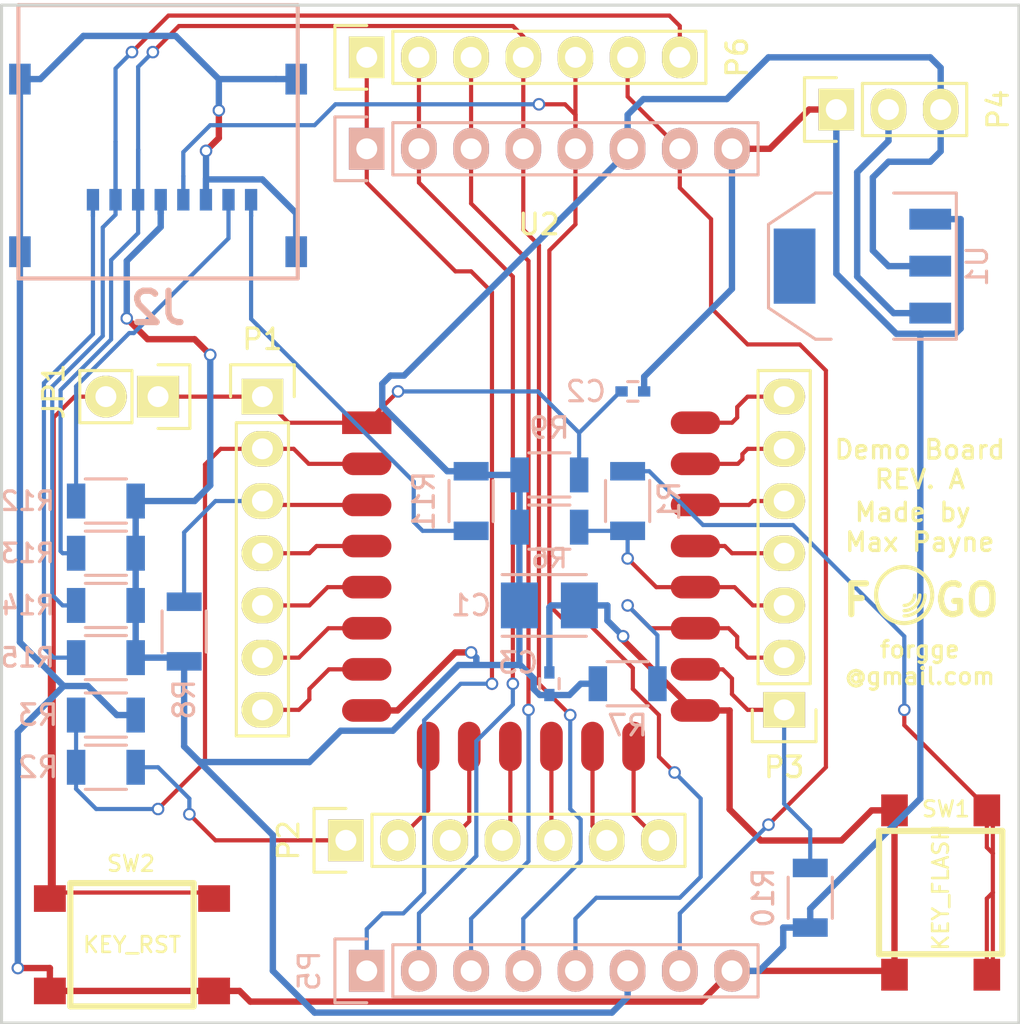
<source format=kicad_pcb>
(kicad_pcb (version 20171130) (host pcbnew "(5.1.12)-1")

  (general
    (thickness 1.6)
    (drawings 13)
    (tracks 432)
    (zones 0)
    (modules 28)
    (nets 37)
  )

  (page A4)
  (title_block
    (title "Demo board with WiFi chip and display")
    (date 2015-12-31)
    (rev 0.0.1)
    (company "Max & Co.")
  )

  (layers
    (0 F.Cu mixed)
    (31 B.Cu mixed)
    (32 B.Adhes user hide)
    (33 F.Adhes user hide)
    (34 B.Paste user hide)
    (35 F.Paste user hide)
    (36 B.SilkS user hide)
    (37 F.SilkS user hide)
    (38 B.Mask user hide)
    (39 F.Mask user hide)
    (40 Dwgs.User user hide)
    (41 Cmts.User user hide)
    (42 Eco1.User user hide)
    (43 Eco2.User user hide)
    (44 Edge.Cuts user)
    (45 Margin user hide)
    (46 B.CrtYd user hide)
    (47 F.CrtYd user hide)
    (48 B.Fab user hide)
    (49 F.Fab user hide)
  )

  (setup
    (last_trace_width 0.2032)
    (trace_clearance 0.2032)
    (zone_clearance 0.508)
    (zone_45_only no)
    (trace_min 0.2032)
    (via_size 0.61)
    (via_drill 0.41)
    (via_min_size 0.61)
    (via_min_drill 0.41)
    (uvia_size 0.49)
    (uvia_drill 0.34)
    (uvias_allowed no)
    (uvia_min_size 0.49)
    (uvia_min_drill 0.34)
    (edge_width 0.16)
    (segment_width 0.16)
    (pcb_text_width 0.3)
    (pcb_text_size 1.5 1.5)
    (mod_edge_width 0.16)
    (mod_text_size 0.81 0.81)
    (mod_text_width 0.16)
    (pad_size 1.524 1.524)
    (pad_drill 0.762)
    (pad_to_mask_clearance -0.12)
    (aux_axis_origin 123.19 119.38)
    (visible_elements 7FFFFFFF)
    (pcbplotparams
      (layerselection 0x010f0_80000001)
      (usegerberextensions true)
      (usegerberattributes true)
      (usegerberadvancedattributes true)
      (creategerberjobfile true)
      (excludeedgelayer true)
      (linewidth 0.100000)
      (plotframeref false)
      (viasonmask false)
      (mode 1)
      (useauxorigin false)
      (hpglpennumber 1)
      (hpglpenspeed 20)
      (hpglpendiameter 15.000000)
      (psnegative false)
      (psa4output false)
      (plotreference true)
      (plotvalue false)
      (plotinvisibletext false)
      (padsonsilk false)
      (subtractmaskfromsilk false)
      (outputformat 1)
      (mirror false)
      (drillshape 0)
      (scaleselection 1)
      (outputdirectory "gerber/"))
  )

  (net 0 "")
  (net 1 GND)
  (net 2 VCC)
  (net 3 /nRST)
  (net 4 /GPIO16)
  (net 5 "Net-(JP1-Pad2)")
  (net 6 /ADC_EX)
  (net 7 /ADC)
  (net 8 /GPIO10)
  (net 9 /GPIO9)
  (net 10 /SPI_INT)
  (net 11 /SPI_MOSI)
  (net 12 /SPI_MISO)
  (net 13 /EN)
  (net 14 5V)
  (net 15 /GPIO5)
  (net 16 /GPIO4)
  (net 17 /GPIO0)
  (net 18 /GPIO2)
  (net 19 /GPIO14)
  (net 20 /GPIO12)
  (net 21 /GPIO13)
  (net 22 /GPIO15)
  (net 23 /RXD0)
  (net 24 /TXD0)
  (net 25 "Net-(R1-Pad2)")
  (net 26 "Net-(J2-Pad1)")
  (net 27 "Net-(J2-Pad8)")
  (net 28 /SD_CS)
  (net 29 /SD_LCD_MOSI)
  (net 30 /SD_LCD_CLK)
  (net 31 /SD_LCD_MISO)
  (net 32 /LCD_LED)
  (net 33 /SD_LCD_DATA_CMD)
  (net 34 /LCD_CS)
  (net 35 /LCD_RST)
  (net 36 /SPI_CLK)

  (net_class Default "This is the default net class."
    (clearance 0.2032)
    (trace_width 0.2032)
    (via_dia 0.61)
    (via_drill 0.41)
    (uvia_dia 0.49)
    (uvia_drill 0.34)
  )

  (net_class "Itead power" ""
    (clearance 0.31)
    (trace_width 0.31)
    (via_dia 0.61)
    (via_drill 0.41)
    (uvia_dia 0.49)
    (uvia_drill 0.34)
    (add_net 5V)
    (add_net GND)
    (add_net VCC)
  )

  (net_class "Itead signal" ""
    (clearance 0.2032)
    (trace_width 0.2032)
    (via_dia 0.61)
    (via_drill 0.41)
    (uvia_dia 0.49)
    (uvia_drill 0.34)
    (add_net /ADC)
    (add_net /ADC_EX)
    (add_net /EN)
    (add_net /GPIO0)
    (add_net /GPIO10)
    (add_net /GPIO12)
    (add_net /GPIO13)
    (add_net /GPIO14)
    (add_net /GPIO15)
    (add_net /GPIO16)
    (add_net /GPIO2)
    (add_net /GPIO4)
    (add_net /GPIO5)
    (add_net /GPIO9)
    (add_net /LCD_CS)
    (add_net /LCD_LED)
    (add_net /LCD_RST)
    (add_net /RXD0)
    (add_net /SD_CS)
    (add_net /SD_LCD_CLK)
    (add_net /SD_LCD_DATA_CMD)
    (add_net /SD_LCD_MISO)
    (add_net /SD_LCD_MOSI)
    (add_net /SPI_CLK)
    (add_net /SPI_INT)
    (add_net /SPI_MISO)
    (add_net /SPI_MOSI)
    (add_net /TXD0)
    (add_net /nRST)
    (add_net "Net-(J2-Pad1)")
    (add_net "Net-(J2-Pad8)")
    (add_net "Net-(JP1-Pad2)")
    (add_net "Net-(R1-Pad2)")
  )

  (module armory_local:MICRO_SD_HINGE_AMP placed (layer B.Cu) (tedit 56856275) (tstamp 567875B3)
    (at 130.81 69.85 180)
    (path /56772422)
    (attr smd)
    (fp_text reference J2 (at 0 -14.732 180) (layer B.SilkS)
      (effects (font (size 1.524 1.524) (thickness 0.3048)) (justify mirror))
    )
    (fp_text value MICRO_SD_HINGE (at -0.01524 -8.01116 180) (layer B.SilkS) hide
      (effects (font (size 1 1) (thickness 0.25)) (justify mirror))
    )
    (fp_line (start -6.79958 0) (end 6.79958 0) (layer B.SilkS) (width 0.20066))
    (fp_line (start -6.79958 -13.29944) (end -6.79958 0) (layer B.SilkS) (width 0.20066))
    (fp_line (start 6.79958 -13.29944) (end -6.79958 -13.29944) (layer B.SilkS) (width 0.20066))
    (fp_line (start 6.79958 0) (end 6.79958 -13.29944) (layer B.SilkS) (width 0.20066))
    (pad 1 smd rect (at 3.16992 -9.46912 180) (size 0.59944 1.04902) (layers B.Cu B.Paste B.Mask)
      (net 26 "Net-(J2-Pad1)"))
    (pad 2 smd rect (at 2.0701 -9.46912 180) (size 0.59944 1.04902) (layers B.Cu B.Paste B.Mask)
      (net 28 /SD_CS))
    (pad 3 smd rect (at 0.97028 -9.46912 180) (size 0.59944 1.04902) (layers B.Cu B.Paste B.Mask)
      (net 29 /SD_LCD_MOSI))
    (pad 4 smd rect (at -0.12954 -9.46912 180) (size 0.59944 1.04902) (layers B.Cu B.Paste B.Mask)
      (net 2 VCC))
    (pad 5 smd rect (at -1.22936 -9.46912 180) (size 0.59944 1.04902) (layers B.Cu B.Paste B.Mask)
      (net 30 /SD_LCD_CLK))
    (pad 6 smd rect (at -2.32918 -9.46912 180) (size 0.59944 1.04902) (layers B.Cu B.Paste B.Mask)
      (net 1 GND))
    (pad 7 smd rect (at -3.429 -9.46912 180) (size 0.59944 1.04902) (layers B.Cu B.Paste B.Mask)
      (net 31 /SD_LCD_MISO))
    (pad 8 smd rect (at -4.52882 -9.46912 180) (size 0.59944 1.04902) (layers B.Cu B.Paste B.Mask)
      (net 27 "Net-(J2-Pad8)"))
    (pad 12 smd rect (at 6.72592 -11.99896 180) (size 1.04902 1.50114) (layers B.Cu B.Paste B.Mask)
      (net 1 GND))
    (pad 9 smd rect (at -6.72592 -11.99896 180) (size 1.04902 1.50114) (layers B.Cu B.Paste B.Mask)
      (net 1 GND))
    (pad 11 smd rect (at 6.72592 -3.59918 180) (size 1.04902 1.50114) (layers B.Cu B.Paste B.Mask)
      (net 1 GND))
    (pad 10 smd rect (at -6.72592 -3.59918 180) (size 1.04902 1.50114) (layers B.Cu B.Paste B.Mask)
      (net 1 GND))
    (model ${HOME}/kicad_ecf_project/libs/self/usbarmory_local/3D/SD-Amp-microSlot.wrl
      (offset (xyz 0 -6.603999900817871 0))
      (scale (xyz 0.3777 0.3777 0.3777))
      (rotate (xyz 0 0 0))
    )
  )

  (module Capacitors_Tantalum_SMD:TantalC_SizeB_EIA-3528_Reflow placed (layer B.Cu) (tedit 5686C933) (tstamp 56787597)
    (at 149.86 99.06)
    (descr "Tantal Cap. , Size B, EIA-3528, Reflow")
    (tags "Tantal Capacitor Size-B EIA-3528 Reflow")
    (path /56733C4F)
    (attr smd)
    (fp_text reference C1 (at -3.81 0) (layer B.SilkS)
      (effects (font (size 1 1) (thickness 0.16)) (justify mirror))
    )
    (fp_text value 100uF (at -5.08 0.508) (layer B.Fab)
      (effects (font (size 1 1) (thickness 0.15)) (justify mirror))
    )
    (fp_line (start 1.8 1.5) (end -2.3 1.5) (layer B.SilkS) (width 0.15))
    (fp_line (start 1.8 -1.5) (end -2.3 -1.5) (layer B.SilkS) (width 0.15))
    (fp_line (start 2.7 -1.8) (end 2.7 1.8) (layer B.CrtYd) (width 0.05))
    (fp_line (start -2.7 -1.8) (end 2.7 -1.8) (layer B.CrtYd) (width 0.05))
    (fp_line (start -2.7 1.8) (end -2.7 -1.8) (layer B.CrtYd) (width 0.05))
    (fp_line (start 2.7 1.8) (end -2.7 1.8) (layer B.CrtYd) (width 0.05))
    (pad 2 smd rect (at 1.46 0) (size 1.8 2.23) (layers B.Cu B.Paste B.Mask)
      (net 1 GND))
    (pad 1 smd rect (at -1.46 0) (size 1.8 2.23) (layers B.Cu B.Paste B.Mask)
      (net 2 VCC))
    (model Capacitors_Tantalum_SMD.3dshapes/TantalC_SizeB_EIA-3528_Reflow.wrl
      (at (xyz 0 0 0))
      (scale (xyz 1 1 1))
      (rotate (xyz 0 0 180))
    )
  )

  (module Capacitors_SMD:C_0402 placed (layer B.Cu) (tedit 568563A3) (tstamp 5678759D)
    (at 153.924 88.646)
    (descr "Capacitor SMD 0402, reflow soldering, AVX (see smccp.pdf)")
    (tags "capacitor 0402")
    (path /56749128)
    (attr smd)
    (fp_text reference C2 (at -2.286 0) (layer B.SilkS)
      (effects (font (size 1 1) (thickness 0.15)) (justify mirror))
    )
    (fp_text value 100nF (at -5.588 0) (layer B.Fab)
      (effects (font (size 1 1) (thickness 0.15)) (justify mirror))
    )
    (fp_line (start -0.25 -0.475) (end 0.25 -0.475) (layer B.SilkS) (width 0.15))
    (fp_line (start 0.25 0.475) (end -0.25 0.475) (layer B.SilkS) (width 0.15))
    (fp_line (start 1.15 0.6) (end 1.15 -0.6) (layer B.CrtYd) (width 0.05))
    (fp_line (start -1.15 0.6) (end -1.15 -0.6) (layer B.CrtYd) (width 0.05))
    (fp_line (start -1.15 -0.6) (end 1.15 -0.6) (layer B.CrtYd) (width 0.05))
    (fp_line (start -1.15 0.6) (end 1.15 0.6) (layer B.CrtYd) (width 0.05))
    (pad 1 smd rect (at -0.55 0) (size 0.6 0.5) (layers B.Cu B.Paste B.Mask)
      (net 3 /nRST))
    (pad 2 smd rect (at 0.55 0) (size 0.6 0.5) (layers B.Cu B.Paste B.Mask)
      (net 1 GND))
    (model Capacitors_SMD.3dshapes/C_0402.wrl
      (at (xyz 0 0 0))
      (scale (xyz 1 1 1))
      (rotate (xyz 0 0 0))
    )
  )

  (module Capacitors_SMD:C_0402 placed (layer B.Cu) (tedit 5686C938) (tstamp 567875A3)
    (at 149.86 102.87 90)
    (descr "Capacitor SMD 0402, reflow soldering, AVX (see smccp.pdf)")
    (tags "capacitor 0402")
    (path /5679315E)
    (attr smd)
    (fp_text reference C3 (at 1.016 -1.524 180) (layer B.SilkS)
      (effects (font (size 1 1) (thickness 0.16)) (justify mirror))
    )
    (fp_text value 1nF (at 0 -3.048 90) (layer B.Fab)
      (effects (font (size 1 1) (thickness 0.15)) (justify mirror))
    )
    (fp_line (start -0.25 -0.475) (end 0.25 -0.475) (layer B.SilkS) (width 0.15))
    (fp_line (start 0.25 0.475) (end -0.25 0.475) (layer B.SilkS) (width 0.15))
    (fp_line (start 1.15 0.6) (end 1.15 -0.6) (layer B.CrtYd) (width 0.05))
    (fp_line (start -1.15 0.6) (end -1.15 -0.6) (layer B.CrtYd) (width 0.05))
    (fp_line (start -1.15 -0.6) (end 1.15 -0.6) (layer B.CrtYd) (width 0.05))
    (fp_line (start -1.15 0.6) (end 1.15 0.6) (layer B.CrtYd) (width 0.05))
    (pad 1 smd rect (at -0.55 0 90) (size 0.6 0.5) (layers B.Cu B.Paste B.Mask)
      (net 2 VCC))
    (pad 2 smd rect (at 0.55 0 90) (size 0.6 0.5) (layers B.Cu B.Paste B.Mask)
      (net 1 GND))
    (model Capacitors_SMD.3dshapes/C_0402.wrl
      (at (xyz 0 0 0))
      (scale (xyz 1 1 1))
      (rotate (xyz 0 0 0))
    )
  )

  (module Pin_Headers:Pin_Header_Straight_1x02 placed (layer F.Cu) (tedit 56857F1C) (tstamp 567875B9)
    (at 130.81 88.9 270)
    (descr "Through hole pin header")
    (tags "pin header")
    (path /56735C6C)
    (fp_text reference JP1 (at -0.254 5.08 270) (layer F.SilkS)
      (effects (font (size 1 1) (thickness 0.15)))
    )
    (fp_text value Jumper_NO_Small (at 2.286 2.032) (layer F.Fab)
      (effects (font (size 1 1) (thickness 0.15)))
    )
    (fp_line (start -1.27 3.81) (end 1.27 3.81) (layer F.SilkS) (width 0.15))
    (fp_line (start -1.27 1.27) (end -1.27 3.81) (layer F.SilkS) (width 0.15))
    (fp_line (start -1.55 -1.55) (end 1.55 -1.55) (layer F.SilkS) (width 0.15))
    (fp_line (start -1.55 0) (end -1.55 -1.55) (layer F.SilkS) (width 0.15))
    (fp_line (start 1.27 1.27) (end -1.27 1.27) (layer F.SilkS) (width 0.15))
    (fp_line (start -1.75 4.3) (end 1.75 4.3) (layer F.CrtYd) (width 0.05))
    (fp_line (start -1.75 -1.75) (end 1.75 -1.75) (layer F.CrtYd) (width 0.05))
    (fp_line (start 1.75 -1.75) (end 1.75 4.3) (layer F.CrtYd) (width 0.05))
    (fp_line (start -1.75 -1.75) (end -1.75 4.3) (layer F.CrtYd) (width 0.05))
    (fp_line (start 1.55 -1.55) (end 1.55 0) (layer F.SilkS) (width 0.15))
    (fp_line (start 1.27 1.27) (end 1.27 3.81) (layer F.SilkS) (width 0.15))
    (pad 1 thru_hole rect (at 0 0 270) (size 2.032 2.032) (drill 1.016) (layers *.Cu *.Mask F.SilkS)
      (net 3 /nRST))
    (pad 2 thru_hole oval (at 0 2.54 270) (size 2.032 2.032) (drill 1.016) (layers *.Cu *.Mask F.SilkS)
      (net 5 "Net-(JP1-Pad2)"))
    (model Pin_Headers.3dshapes/Pin_Header_Straight_1x02.wrl
      (offset (xyz 0 -1.269999980926514 0))
      (scale (xyz 1 1 1))
      (rotate (xyz 0 0 90))
    )
  )

  (module Pin_Headers:Pin_Header_Straight_1x07 placed (layer F.Cu) (tedit 56857F14) (tstamp 567875C4)
    (at 135.89 88.9)
    (descr "Through hole pin header")
    (tags "pin header")
    (path /56774BE0)
    (fp_text reference P1 (at 0 -2.794) (layer F.SilkS)
      (effects (font (size 1 1) (thickness 0.15)))
    )
    (fp_text value ESP_CONN (at 0 -4.318) (layer F.Fab)
      (effects (font (size 1 1) (thickness 0.15)))
    )
    (fp_line (start -1.55 -1.55) (end 1.55 -1.55) (layer F.SilkS) (width 0.15))
    (fp_line (start -1.55 0) (end -1.55 -1.55) (layer F.SilkS) (width 0.15))
    (fp_line (start 1.27 1.27) (end -1.27 1.27) (layer F.SilkS) (width 0.15))
    (fp_line (start 1.55 -1.55) (end 1.55 0) (layer F.SilkS) (width 0.15))
    (fp_line (start -1.27 16.51) (end -1.27 1.27) (layer F.SilkS) (width 0.15))
    (fp_line (start 1.27 16.51) (end -1.27 16.51) (layer F.SilkS) (width 0.15))
    (fp_line (start 1.27 1.27) (end 1.27 16.51) (layer F.SilkS) (width 0.15))
    (fp_line (start -1.75 17) (end 1.75 17) (layer F.CrtYd) (width 0.05))
    (fp_line (start -1.75 -1.75) (end 1.75 -1.75) (layer F.CrtYd) (width 0.05))
    (fp_line (start 1.75 -1.75) (end 1.75 17) (layer F.CrtYd) (width 0.05))
    (fp_line (start -1.75 -1.75) (end -1.75 17) (layer F.CrtYd) (width 0.05))
    (pad 1 thru_hole rect (at 0 0) (size 2.032 1.7272) (drill 1.016) (layers *.Cu *.Mask F.SilkS)
      (net 3 /nRST))
    (pad 2 thru_hole oval (at 0 2.54) (size 2.032 1.7272) (drill 1.016) (layers *.Cu *.Mask F.SilkS)
      (net 7 /ADC))
    (pad 3 thru_hole oval (at 0 5.08) (size 2.032 1.7272) (drill 1.016) (layers *.Cu *.Mask F.SilkS)
      (net 13 /EN))
    (pad 4 thru_hole oval (at 0 7.62) (size 2.032 1.7272) (drill 1.016) (layers *.Cu *.Mask F.SilkS)
      (net 4 /GPIO16))
    (pad 5 thru_hole oval (at 0 10.16) (size 2.032 1.7272) (drill 1.016) (layers *.Cu *.Mask F.SilkS)
      (net 19 /GPIO14))
    (pad 6 thru_hole oval (at 0 12.7) (size 2.032 1.7272) (drill 1.016) (layers *.Cu *.Mask F.SilkS)
      (net 20 /GPIO12))
    (pad 7 thru_hole oval (at 0 15.24) (size 2.032 1.7272) (drill 1.016) (layers *.Cu *.Mask F.SilkS)
      (net 21 /GPIO13))
    (model Pin_Headers.3dshapes/Pin_Header_Straight_1x07.wrl
      (offset (xyz 0 -7.619999885559082 0))
      (scale (xyz 1 1 1))
      (rotate (xyz 0 0 90))
    )
  )

  (module Pin_Headers:Pin_Header_Straight_1x07 placed (layer F.Cu) (tedit 5686C974) (tstamp 567875D9)
    (at 161.29 104.14 180)
    (descr "Through hole pin header")
    (tags "pin header")
    (path /56777A04)
    (fp_text reference P3 (at 0 -2.794 180) (layer F.SilkS)
      (effects (font (size 1 1) (thickness 0.16)))
    )
    (fp_text value ESP_CONN (at 0 -4.318 180) (layer F.Fab)
      (effects (font (size 1 1) (thickness 0.15)))
    )
    (fp_line (start -1.55 -1.55) (end 1.55 -1.55) (layer F.SilkS) (width 0.15))
    (fp_line (start -1.55 0) (end -1.55 -1.55) (layer F.SilkS) (width 0.15))
    (fp_line (start 1.27 1.27) (end -1.27 1.27) (layer F.SilkS) (width 0.15))
    (fp_line (start 1.55 -1.55) (end 1.55 0) (layer F.SilkS) (width 0.15))
    (fp_line (start -1.27 16.51) (end -1.27 1.27) (layer F.SilkS) (width 0.15))
    (fp_line (start 1.27 16.51) (end -1.27 16.51) (layer F.SilkS) (width 0.15))
    (fp_line (start 1.27 1.27) (end 1.27 16.51) (layer F.SilkS) (width 0.15))
    (fp_line (start -1.75 17) (end 1.75 17) (layer F.CrtYd) (width 0.05))
    (fp_line (start -1.75 -1.75) (end 1.75 -1.75) (layer F.CrtYd) (width 0.05))
    (fp_line (start 1.75 -1.75) (end 1.75 17) (layer F.CrtYd) (width 0.05))
    (fp_line (start -1.75 -1.75) (end -1.75 17) (layer F.CrtYd) (width 0.05))
    (pad 1 thru_hole rect (at 0 0 180) (size 2.032 1.7272) (drill 1.016) (layers *.Cu *.Mask F.SilkS)
      (net 22 /GPIO15))
    (pad 2 thru_hole oval (at 0 2.54 180) (size 2.032 1.7272) (drill 1.016) (layers *.Cu *.Mask F.SilkS)
      (net 18 /GPIO2))
    (pad 3 thru_hole oval (at 0 5.08 180) (size 2.032 1.7272) (drill 1.016) (layers *.Cu *.Mask F.SilkS)
      (net 17 /GPIO0))
    (pad 4 thru_hole oval (at 0 7.62 180) (size 2.032 1.7272) (drill 1.016) (layers *.Cu *.Mask F.SilkS)
      (net 16 /GPIO4))
    (pad 5 thru_hole oval (at 0 10.16 180) (size 2.032 1.7272) (drill 1.016) (layers *.Cu *.Mask F.SilkS)
      (net 15 /GPIO5))
    (pad 6 thru_hole oval (at 0 12.7 180) (size 2.032 1.7272) (drill 1.016) (layers *.Cu *.Mask F.SilkS)
      (net 23 /RXD0))
    (pad 7 thru_hole oval (at 0 15.24 180) (size 2.032 1.7272) (drill 1.016) (layers *.Cu *.Mask F.SilkS)
      (net 24 /TXD0))
    (model Pin_Headers.3dshapes/Pin_Header_Straight_1x07.wrl
      (offset (xyz 0 -7.619999885559082 0))
      (scale (xyz 1 1 1))
      (rotate (xyz 0 0 90))
    )
  )

  (module Pin_Headers:Pin_Header_Straight_1x03 placed (layer F.Cu) (tedit 56856171) (tstamp 567875)
    (at 163.83 74.93 90)
    (descr "Through hole pin header")
    (tags "pin header")
    (path /567741E5)
    (fp_text reference P4 (at 0 7.874 90) (layer F.SilkS)
      (effects (font (size 1 1) (thickness 0.15)))
    )
    (fp_text value PWR_CONN (at 2.54 2.54 180) (layer F.Fab)
      (effects (font (size 1 1) (thickness 0.15)))
    )
    (fp_line (start -1.55 -1.55) (end 1.55 -1.55) (layer F.SilkS) (width 0.15))
    (fp_line (start -1.55 0) (end -1.55 -1.55) (layer F.SilkS) (width 0.15))
    (fp_line (start 1.27 1.27) (end -1.27 1.27) (layer F.SilkS) (width 0.15))
    (fp_line (start 1.55 -1.55) (end 1.55 0) (layer F.SilkS) (width 0.15))
    (fp_line (start 1.27 6.35) (end 1.27 1.27) (layer F.SilkS) (width 0.15))
    (fp_line (start -1.27 6.35) (end 1.27 6.35) (layer F.SilkS) (width 0.15))
    (fp_line (start -1.27 1.27) (end -1.27 6.35) (layer F.SilkS) (width 0.15))
    (fp_line (start -1.75 6.85) (end 1.75 6.85) (layer F.CrtYd) (width 0.05))
    (fp_line (start -1.75 -1.75) (end 1.75 -1.75) (layer F.CrtYd) (width 0.05))
    (fp_line (start 1.75 -1.75) (end 1.75 6.85) (layer F.CrtYd) (width 0.05))
    (fp_line (start -1.75 -1.75) (end -1.75 6.85) (layer F.CrtYd) (width 0.05))
    (pad 1 thru_hole rect (at 0 0 90) (size 2.032 1.7272) (drill 1.016) (layers *.Cu *.Mask F.SilkS)
      (net 1 GND))
    (pad 2 thru_hole oval (at 0 2.54 90) (size 2.032 1.7272) (drill 1.016) (layers *.Cu *.Mask F.SilkS)
      (net 14 5V))
    (pad 3 thru_hole oval (at 0 5.08 90) (size 2.032 1.7272) (drill 1.016) (layers *.Cu *.Mask F.SilkS)
      (net 2 VCC))
    (model Pin_Headers.3dshapes/Pin_Header_Straight_1x03.wrl
      (offset (xyz 0 -2.539999961853027 0))
      (scale (xyz 1 1 1))
      (rotate (xyz 0 0 90))
    )
  )

  (module display_local:Nokia_5110_LCD placed (layer B.Cu) (tedit 568563D6) (tstamp 567875F4)
    (at 140.97 116.84)
    (descr "Through hole socket strip")
    (tags "socket strip")
    (path /56780E5F)
    (fp_text reference P5 (at -2.794 0 270) (layer B.SilkS)
      (effects (font (size 1 1) (thickness 0.15)) (justify mirror))
    )
    (fp_text value CONN_DISPLAY (at 7.62 -2.794) (layer B.Fab)
      (effects (font (size 1 1) (thickness 0.15)) (justify mirror))
    )
    (fp_line (start -1.55 1.55) (end -1.55 -1.55) (layer B.SilkS) (width 0.15))
    (fp_line (start 0 1.55) (end -1.55 1.55) (layer B.SilkS) (width 0.15))
    (fp_line (start 1.27 -1.27) (end 1.27 1.27) (layer B.SilkS) (width 0.15))
    (fp_line (start -1.55 -1.55) (end 0 -1.55) (layer B.SilkS) (width 0.15))
    (fp_line (start 19.05 1.27) (end 1.27 1.27) (layer B.SilkS) (width 0.15))
    (fp_line (start 19.05 -1.27) (end 19.05 1.27) (layer B.SilkS) (width 0.15))
    (fp_line (start 1.27 -1.27) (end 19.05 -1.27) (layer B.SilkS) (width 0.15))
    (fp_line (start -1.75 -1.75) (end 19.55 -1.75) (layer B.CrtYd) (width 0.05))
    (fp_line (start -1.75 1.75) (end 19.55 1.75) (layer B.CrtYd) (width 0.05))
    (fp_line (start 19.55 1.75) (end 19.55 -1.75) (layer B.CrtYd) (width 0.05))
    (fp_line (start -1.75 1.75) (end -1.75 -1.75) (layer B.CrtYd) (width 0.05))
    (fp_line (start -1.75 -38.25) (end -1.75 -41.75) (layer B.CrtYd) (width 0.05))
    (fp_line (start 19.55 -38.25) (end 19.55 -41.75) (layer B.CrtYd) (width 0.05))
    (fp_line (start -1.75 -38.25) (end 19.55 -38.25) (layer B.CrtYd) (width 0.05))
    (fp_line (start -1.75 -41.75) (end 19.55 -41.75) (layer B.CrtYd) (width 0.05))
    (fp_line (start 1.27 -41.27) (end 19.05 -41.27) (layer B.SilkS) (width 0.15))
    (fp_line (start 19.05 -41.27) (end 19.05 -38.73) (layer B.SilkS) (width 0.15))
    (fp_line (start 19.05 -38.73) (end 1.27 -38.73) (layer B.SilkS) (width 0.15))
    (fp_line (start -1.55 -41.55) (end 0 -41.55) (layer B.SilkS) (width 0.15))
    (fp_line (start 1.27 -41.27) (end 1.27 -38.73) (layer B.SilkS) (width 0.15))
    (fp_line (start 0 -38.45) (end -1.55 -38.45) (layer B.SilkS) (width 0.15))
    (fp_line (start -1.55 -38.45) (end -1.55 -41.55) (layer B.SilkS) (width 0.15))
    (pad 8 thru_hole oval (at 17.78 -40) (size 1.7272 2.032) (drill 1.016) (layers *.Cu *.Mask B.SilkS)
      (net 1 GND))
    (pad 7 thru_hole oval (at 15.24 -40) (size 1.7272 2.032) (drill 1.016) (layers *.Cu *.Mask B.SilkS)
      (net 32 /LCD_LED))
    (pad 6 thru_hole oval (at 12.7 -40) (size 1.7272 2.032) (drill 1.016) (layers *.Cu *.Mask B.SilkS)
      (net 2 VCC))
    (pad 5 thru_hole oval (at 10.16 -40) (size 1.7272 2.032) (drill 1.016) (layers *.Cu *.Mask B.SilkS)
      (net 30 /SD_LCD_CLK))
    (pad 4 thru_hole oval (at 7.62 -40) (size 1.7272 2.032) (drill 1.016) (layers *.Cu *.Mask B.SilkS)
      (net 29 /SD_LCD_MOSI))
    (pad 3 thru_hole oval (at 5.08 -40) (size 1.7272 2.032) (drill 1.016) (layers *.Cu *.Mask B.SilkS)
      (net 33 /SD_LCD_DATA_CMD))
    (pad 2 thru_hole oval (at 2.54 -40) (size 1.7272 2.032) (drill 1.016) (layers *.Cu *.Mask B.SilkS)
      (net 34 /LCD_CS))
    (pad 1 thru_hole rect (at 0 -40) (size 1.7272 2.032) (drill 1.016) (layers *.Cu *.Mask B.SilkS)
      (net 35 /LCD_RST))
    (pad 1 thru_hole rect (at 0 0) (size 1.7272 2.032) (drill 1.016) (layers *.Cu *.Mask B.SilkS)
      (net 35 /LCD_RST))
    (pad 2 thru_hole oval (at 2.54 0) (size 1.7272 2.032) (drill 1.016) (layers *.Cu *.Mask B.SilkS)
      (net 34 /LCD_CS))
    (pad 3 thru_hole oval (at 5.08 0) (size 1.7272 2.032) (drill 1.016) (layers *.Cu *.Mask B.SilkS)
      (net 33 /SD_LCD_DATA_CMD))
    (pad 4 thru_hole oval (at 7.62 0) (size 1.7272 2.032) (drill 1.016) (layers *.Cu *.Mask B.SilkS)
      (net 29 /SD_LCD_MOSI))
    (pad 5 thru_hole oval (at 10.16 0) (size 1.7272 2.032) (drill 1.016) (layers *.Cu *.Mask B.SilkS)
      (net 30 /SD_LCD_CLK))
    (pad 6 thru_hole oval (at 12.7 0) (size 1.7272 2.032) (drill 1.016) (layers *.Cu *.Mask B.SilkS)
      (net 2 VCC))
    (pad 7 thru_hole oval (at 15.24 0) (size 1.7272 2.032) (drill 1.016) (layers *.Cu *.Mask B.SilkS)
      (net 32 /LCD_LED))
    (pad 8 thru_hole oval (at 17.78 0) (size 1.7272 2.032) (drill 1.016) (layers *.Cu *.Mask B.SilkS)
      (net 1 GND))
    (model Socket_Strips.3dshapes/Socket_Strip_Straight_1x08.wrl
      (offset (xyz 8.889999866485596 0 0))
      (scale (xyz 1 1 1))
      (rotate (xyz 0 0 180))
    )
  )

  (module Resistors_SMD:R_1206 placed (layer B.Cu) (tedit 5686C92D) (tstamp 567875FA)
    (at 153.67 93.98 90)
    (descr "Resistor SMD 1206, reflow soldering, Vishay (see dcrcw.pdf)")
    (tags "resistor 1206")
    (path /56734BDB)
    (attr smd)
    (fp_text reference R1 (at 0 2.032 90) (layer B.SilkS)
      (effects (font (size 1 1) (thickness 0.16)) (justify mirror))
    )
    (fp_text value 470 (at 3.048 0.254 180) (layer B.Fab)
      (effects (font (size 1 1) (thickness 0.15)) (justify mirror))
    )
    (fp_line (start -1 1.075) (end 1 1.075) (layer B.SilkS) (width 0.15))
    (fp_line (start 1 -1.075) (end -1 -1.075) (layer B.SilkS) (width 0.15))
    (fp_line (start 2.2 1.2) (end 2.2 -1.2) (layer B.CrtYd) (width 0.05))
    (fp_line (start -2.2 1.2) (end -2.2 -1.2) (layer B.CrtYd) (width 0.05))
    (fp_line (start -2.2 -1.2) (end 2.2 -1.2) (layer B.CrtYd) (width 0.05))
    (fp_line (start -2.2 1.2) (end 2.2 1.2) (layer B.CrtYd) (width 0.05))
    (pad 1 smd rect (at -1.45 0 90) (size 0.9 1.7) (layers B.Cu B.Paste B.Mask)
      (net 17 /GPIO0))
    (pad 2 smd rect (at 1.45 0 90) (size 0.9 1.7) (layers B.Cu B.Paste B.Mask)
      (net 25 "Net-(R1-Pad2)"))
    (model Resistors_SMD.3dshapes/R_1206.wrl
      (at (xyz 0 0 0))
      (scale (xyz 1 1 1))
      (rotate (xyz 0 0 0))
    )
  )

  (module Resistors_SMD:R_1206 placed (layer B.Cu) (tedit 5686C94A) (tstamp 56787600)
    (at 128.27 106.934)
    (descr "Resistor SMD 1206, reflow soldering, Vishay (see dcrcw.pdf)")
    (tags "resistor 1206")
    (path /56737203)
    (attr smd)
    (fp_text reference R2 (at -3.302 0) (layer B.SilkS)
      (effects (font (size 1 1) (thickness 0.16)) (justify mirror))
    )
    (fp_text value 220k (at 4.318 0) (layer B.Fab)
      (effects (font (size 1 1) (thickness 0.15)) (justify mirror))
    )
    (fp_line (start -1 1.075) (end 1 1.075) (layer B.SilkS) (width 0.15))
    (fp_line (start 1 -1.075) (end -1 -1.075) (layer B.SilkS) (width 0.15))
    (fp_line (start 2.2 1.2) (end 2.2 -1.2) (layer B.CrtYd) (width 0.05))
    (fp_line (start -2.2 1.2) (end -2.2 -1.2) (layer B.CrtYd) (width 0.05))
    (fp_line (start -2.2 -1.2) (end 2.2 -1.2) (layer B.CrtYd) (width 0.05))
    (fp_line (start -2.2 1.2) (end 2.2 1.2) (layer B.CrtYd) (width 0.05))
    (pad 1 smd rect (at -1.45 0) (size 0.9 1.7) (layers B.Cu B.Paste B.Mask)
      (net 7 /ADC))
    (pad 2 smd rect (at 1.45 0) (size 0.9 1.7) (layers B.Cu B.Paste B.Mask)
      (net 6 /ADC_EX))
    (model Resistors_SMD.3dshapes/R_1206.wrl
      (at (xyz 0 0 0))
      (scale (xyz 1 1 1))
      (rotate (xyz 0 0 0))
    )
  )

  (module Resistors_SMD:R_1206 placed (layer B.Cu) (tedit 5686C94F) (tstamp 56787606)
    (at 128.27 104.394 180)
    (descr "Resistor SMD 1206, reflow soldering, Vishay (see dcrcw.pdf)")
    (tags "resistor 1206")
    (path /56737328)
    (attr smd)
    (fp_text reference R3 (at 3.302 0 180) (layer B.SilkS)
      (effects (font (size 1 1) (thickness 0.16)) (justify mirror))
    )
    (fp_text value 100k (at 0 0 180) (layer B.Fab) hide
      (effects (font (size 1 1) (thickness 0.15)) (justify mirror))
    )
    (fp_line (start -1 1.075) (end 1 1.075) (layer B.SilkS) (width 0.15))
    (fp_line (start 1 -1.075) (end -1 -1.075) (layer B.SilkS) (width 0.15))
    (fp_line (start 2.2 1.2) (end 2.2 -1.2) (layer B.CrtYd) (width 0.05))
    (fp_line (start -2.2 1.2) (end -2.2 -1.2) (layer B.CrtYd) (width 0.05))
    (fp_line (start -2.2 -1.2) (end 2.2 -1.2) (layer B.CrtYd) (width 0.05))
    (fp_line (start -2.2 1.2) (end 2.2 1.2) (layer B.CrtYd) (width 0.05))
    (pad 1 smd rect (at -1.45 0 180) (size 0.9 1.7) (layers B.Cu B.Paste B.Mask)
      (net 1 GND))
    (pad 2 smd rect (at 1.45 0 180) (size 0.9 1.7) (layers B.Cu B.Paste B.Mask)
      (net 7 /ADC))
    (model Resistors_SMD.3dshapes/R_1206.wrl
      (at (xyz 0 0 0))
      (scale (xyz 1 1 1))
      (rotate (xyz 0 0 0))
    )
  )

  (module Resistors_SMD:R_1206 placed (layer B.Cu) (tedit 7FFFFFFF) (tstamp 5678760C)
    (at 149.86 95.25)
    (descr "Resistor SMD 1206, reflow soldering, Vishay (see dcrcw.pdf)")
    (tags "resistor 1206")
    (path /5673210D)
    (attr smd)
    (fp_text reference R6 (at 0 1.524) (layer B.SilkS)
      (effects (font (size 0.9 0.9) (thickness 0.15)) (justify mirror))
    )
    (fp_text value 12k (at 0 0) (layer B.Fab) hide
      (effects (font (size 1 1) (thickness 0.15)) (justify mirror))
    )
    (fp_line (start -1 1.075) (end 1 1.075) (layer B.SilkS) (width 0.15))
    (fp_line (start 1 -1.075) (end -1 -1.075) (layer B.SilkS) (width 0.15))
    (fp_line (start 2.2 1.2) (end 2.2 -1.2) (layer B.CrtYd) (width 0.05))
    (fp_line (start -2.2 1.2) (end -2.2 -1.2) (layer B.CrtYd) (width 0.05))
    (fp_line (start -2.2 -1.2) (end 2.2 -1.2) (layer B.CrtYd) (width 0.05))
    (fp_line (start -2.2 1.2) (end 2.2 1.2) (layer B.CrtYd) (width 0.05))
    (pad 1 smd rect (at -1.45 0) (size 0.9 1.7) (layers B.Cu B.Paste B.Mask)
      (net 2 VCC))
    (pad 2 smd rect (at 1.45 0) (size 0.9 1.7) (layers B.Cu B.Paste B.Mask)
      (net 17 /GPIO0))
    (model Resistors_SMD.3dshapes/R_1206.wrl
      (at (xyz 0 0 0))
      (scale (xyz 1 1 1))
      (rotate (xyz 0 0 0))
    )
  )

  (module Resistors_SMD:R_1206 placed (layer B.Cu) (tedit 5686C93F) (tstamp 56787612)
    (at 153.67 102.87)
    (descr "Resistor SMD 1206, reflow soldering, Vishay (see dcrcw.pdf)")
    (tags "resistor 1206")
    (path /5673228D)
    (attr smd)
    (fp_text reference R7 (at 0 2.032) (layer B.SilkS)
      (effects (font (size 1 1) (thickness 0.16)) (justify mirror))
    )
    (fp_text value 12k (at 0.254 -3.556) (layer B.Fab)
      (effects (font (size 1 1) (thickness 0.15)) (justify mirror))
    )
    (fp_line (start -1 1.075) (end 1 1.075) (layer B.SilkS) (width 0.15))
    (fp_line (start 1 -1.075) (end -1 -1.075) (layer B.SilkS) (width 0.15))
    (fp_line (start 2.2 1.2) (end 2.2 -1.2) (layer B.CrtYd) (width 0.05))
    (fp_line (start -2.2 1.2) (end -2.2 -1.2) (layer B.CrtYd) (width 0.05))
    (fp_line (start -2.2 -1.2) (end 2.2 -1.2) (layer B.CrtYd) (width 0.05))
    (fp_line (start -2.2 1.2) (end 2.2 1.2) (layer B.CrtYd) (width 0.05))
    (pad 1 smd rect (at -1.45 0) (size 0.9 1.7) (layers B.Cu B.Paste B.Mask)
      (net 2 VCC))
    (pad 2 smd rect (at 1.45 0) (size 0.9 1.7) (layers B.Cu B.Paste B.Mask)
      (net 18 /GPIO2))
    (model Resistors_SMD.3dshapes/R_1206.wrl
      (at (xyz 0 0 0))
      (scale (xyz 1 1 1))
      (rotate (xyz 0 0 0))
    )
  )

  (module Resistors_SMD:R_1206 placed (layer B.Cu) (tedit 5686C964) (tstamp 56787618)
    (at 132.08 100.33 90)
    (descr "Resistor SMD 1206, reflow soldering, Vishay (see dcrcw.pdf)")
    (tags "resistor 1206")
    (path /567322B5)
    (attr smd)
    (fp_text reference R8 (at -3.302 0 90) (layer B.SilkS)
      (effects (font (size 1 1) (thickness 0.16)) (justify mirror))
    )
    (fp_text value 12k (at 0 0 90) (layer B.Fab) hide
      (effects (font (size 1 1) (thickness 0.15)) (justify mirror))
    )
    (fp_line (start -1 1.075) (end 1 1.075) (layer B.SilkS) (width 0.15))
    (fp_line (start 1 -1.075) (end -1 -1.075) (layer B.SilkS) (width 0.15))
    (fp_line (start 2.2 1.2) (end 2.2 -1.2) (layer B.CrtYd) (width 0.05))
    (fp_line (start -2.2 1.2) (end -2.2 -1.2) (layer B.CrtYd) (width 0.05))
    (fp_line (start -2.2 -1.2) (end 2.2 -1.2) (layer B.CrtYd) (width 0.05))
    (fp_line (start -2.2 1.2) (end 2.2 1.2) (layer B.CrtYd) (width 0.05))
    (pad 1 smd rect (at -1.45 0 90) (size 0.9 1.7) (layers B.Cu B.Paste B.Mask)
      (net 2 VCC))
    (pad 2 smd rect (at 1.45 0 90) (size 0.9 1.7) (layers B.Cu B.Paste B.Mask)
      (net 13 /EN))
    (model Resistors_SMD.3dshapes/R_1206.wrl
      (at (xyz 0 0 0))
      (scale (xyz 1 1 1))
      (rotate (xyz 0 0 0))
    )
  )

  (module Resistors_SMD:R_1206 placed (layer B.Cu) (tedit 5686C929) (tstamp 5678761E)
    (at 149.86 92.71)
    (descr "Resistor SMD 1206, reflow soldering, Vishay (see dcrcw.pdf)")
    (tags "resistor 1206")
    (path /567322DF)
    (attr smd)
    (fp_text reference R9 (at 0 -2.286) (layer B.SilkS)
      (effects (font (size 1 1) (thickness 0.16)) (justify mirror))
    )
    (fp_text value 12k (at 0 0) (layer B.Fab) hide
      (effects (font (size 1 1) (thickness 0.15)) (justify mirror))
    )
    (fp_line (start -1 1.075) (end 1 1.075) (layer B.SilkS) (width 0.15))
    (fp_line (start 1 -1.075) (end -1 -1.075) (layer B.SilkS) (width 0.15))
    (fp_line (start 2.2 1.2) (end 2.2 -1.2) (layer B.CrtYd) (width 0.05))
    (fp_line (start -2.2 1.2) (end -2.2 -1.2) (layer B.CrtYd) (width 0.05))
    (fp_line (start -2.2 -1.2) (end 2.2 -1.2) (layer B.CrtYd) (width 0.05))
    (fp_line (start -2.2 1.2) (end 2.2 1.2) (layer B.CrtYd) (width 0.05))
    (pad 1 smd rect (at -1.45 0) (size 0.9 1.7) (layers B.Cu B.Paste B.Mask)
      (net 2 VCC))
    (pad 2 smd rect (at 1.45 0) (size 0.9 1.7) (layers B.Cu B.Paste B.Mask)
      (net 3 /nRST))
    (model Resistors_SMD.3dshapes/R_1206.wrl
      (at (xyz 0 0 0))
      (scale (xyz 1 1 1))
      (rotate (xyz 0 0 0))
    )
  )

  (module Resistors_SMD:R_1206 placed (layer B.Cu) (tedit 5686C945) (tstamp 56787624)
    (at 162.56 113.284 90)
    (descr "Resistor SMD 1206, reflow soldering, Vishay (see dcrcw.pdf)")
    (tags "resistor 1206")
    (path /56732309)
    (attr smd)
    (fp_text reference R10 (at 0 -2.286 90) (layer B.SilkS)
      (effects (font (size 1 1) (thickness 0.16)) (justify mirror))
    )
    (fp_text value 12k (at 0 2.032 90) (layer B.Fab)
      (effects (font (size 1 1) (thickness 0.15)) (justify mirror))
    )
    (fp_line (start -1 1.075) (end 1 1.075) (layer B.SilkS) (width 0.15))
    (fp_line (start 1 -1.075) (end -1 -1.075) (layer B.SilkS) (width 0.15))
    (fp_line (start 2.2 1.2) (end 2.2 -1.2) (layer B.CrtYd) (width 0.05))
    (fp_line (start -2.2 1.2) (end -2.2 -1.2) (layer B.CrtYd) (width 0.05))
    (fp_line (start -2.2 -1.2) (end 2.2 -1.2) (layer B.CrtYd) (width 0.05))
    (fp_line (start -2.2 1.2) (end 2.2 1.2) (layer B.CrtYd) (width 0.05))
    (pad 1 smd rect (at -1.45 0 90) (size 0.9 1.7) (layers B.Cu B.Paste B.Mask)
      (net 1 GND))
    (pad 2 smd rect (at 1.45 0 90) (size 0.9 1.7) (layers B.Cu B.Paste B.Mask)
      (net 22 /GPIO15))
    (model Resistors_SMD.3dshapes/R_1206.wrl
      (at (xyz 0 0 0))
      (scale (xyz 1 1 1))
      (rotate (xyz 0 0 0))
    )
  )

  (module Resistors_SMD:R_1206 placed (layer B.Cu) (tedit 5686C921) (tstamp 5678762A)
    (at 146.05 93.98 270)
    (descr "Resistor SMD 1206, reflow soldering, Vishay (see dcrcw.pdf)")
    (tags "resistor 1206")
    (path /5677AE6E)
    (attr smd)
    (fp_text reference R11 (at 0 2.3 270) (layer B.SilkS)
      (effects (font (size 1 1) (thickness 0.16)) (justify mirror))
    )
    (fp_text value 50k (at 2.794 2.286 270) (layer B.Fab)
      (effects (font (size 1 1) (thickness 0.15)) (justify mirror))
    )
    (fp_line (start -1 1.075) (end 1 1.075) (layer B.SilkS) (width 0.15))
    (fp_line (start 1 -1.075) (end -1 -1.075) (layer B.SilkS) (width 0.15))
    (fp_line (start 2.2 1.2) (end 2.2 -1.2) (layer B.CrtYd) (width 0.05))
    (fp_line (start -2.2 1.2) (end -2.2 -1.2) (layer B.CrtYd) (width 0.05))
    (fp_line (start -2.2 -1.2) (end 2.2 -1.2) (layer B.CrtYd) (width 0.05))
    (fp_line (start -2.2 1.2) (end 2.2 1.2) (layer B.CrtYd) (width 0.05))
    (pad 1 smd rect (at -1.45 0 270) (size 0.9 1.7) (layers B.Cu B.Paste B.Mask)
      (net 2 VCC))
    (pad 2 smd rect (at 1.45 0 270) (size 0.9 1.7) (layers B.Cu B.Paste B.Mask)
      (net 27 "Net-(J2-Pad8)"))
    (model Resistors_SMD.3dshapes/R_1206.wrl
      (at (xyz 0 0 0))
      (scale (xyz 1 1 1))
      (rotate (xyz 0 0 0))
    )
  )

  (module Resistors_SMD:R_1206 placed (layer B.Cu) (tedit 5686C95F) (tstamp 56787630)
    (at 128.27 93.98 180)
    (descr "Resistor SMD 1206, reflow soldering, Vishay (see dcrcw.pdf)")
    (tags "resistor 1206")
    (path /5677AD9D)
    (attr smd)
    (fp_text reference R12 (at 3.81 0 180) (layer B.SilkS)
      (effects (font (size 0.9 0.9) (thickness 0.16)) (justify mirror))
    )
    (fp_text value 50k (at -3.81 0 180) (layer B.Fab)
      (effects (font (size 1 1) (thickness 0.15)) (justify mirror))
    )
    (fp_line (start -1 1.075) (end 1 1.075) (layer B.SilkS) (width 0.15))
    (fp_line (start 1 -1.075) (end -1 -1.075) (layer B.SilkS) (width 0.15))
    (fp_line (start 2.2 1.2) (end 2.2 -1.2) (layer B.CrtYd) (width 0.05))
    (fp_line (start -2.2 1.2) (end -2.2 -1.2) (layer B.CrtYd) (width 0.05))
    (fp_line (start -2.2 -1.2) (end 2.2 -1.2) (layer B.CrtYd) (width 0.05))
    (fp_line (start -2.2 1.2) (end 2.2 1.2) (layer B.CrtYd) (width 0.05))
    (pad 1 smd rect (at -1.45 0 180) (size 0.9 1.7) (layers B.Cu B.Paste B.Mask)
      (net 2 VCC))
    (pad 2 smd rect (at 1.45 0 180) (size 0.9 1.7) (layers B.Cu B.Paste B.Mask)
      (net 31 /SD_LCD_MISO))
    (model Resistors_SMD.3dshapes/R_1206.wrl
      (at (xyz 0 0 0))
      (scale (xyz 1 1 1))
      (rotate (xyz 0 0 0))
    )
  )

  (module Resistors_SMD:R_1206 placed (layer B.Cu) (tedit 5686C95C) (tstamp 56787636)
    (at 128.27 96.52 180)
    (descr "Resistor SMD 1206, reflow soldering, Vishay (see dcrcw.pdf)")
    (tags "resistor 1206")
    (path /5677AD38)
    (attr smd)
    (fp_text reference R13 (at 3.81 0 180) (layer B.SilkS)
      (effects (font (size 0.9 0.9) (thickness 0.16)) (justify mirror))
    )
    (fp_text value 50k (at -3.81 0 180) (layer B.Fab)
      (effects (font (size 1 1) (thickness 0.15)) (justify mirror))
    )
    (fp_line (start -1 1.075) (end 1 1.075) (layer B.SilkS) (width 0.15))
    (fp_line (start 1 -1.075) (end -1 -1.075) (layer B.SilkS) (width 0.15))
    (fp_line (start 2.2 1.2) (end 2.2 -1.2) (layer B.CrtYd) (width 0.05))
    (fp_line (start -2.2 1.2) (end -2.2 -1.2) (layer B.CrtYd) (width 0.05))
    (fp_line (start -2.2 -1.2) (end 2.2 -1.2) (layer B.CrtYd) (width 0.05))
    (fp_line (start -2.2 1.2) (end 2.2 1.2) (layer B.CrtYd) (width 0.05))
    (pad 1 smd rect (at -1.45 0 180) (size 0.9 1.7) (layers B.Cu B.Paste B.Mask)
      (net 2 VCC))
    (pad 2 smd rect (at 1.45 0 180) (size 0.9 1.7) (layers B.Cu B.Paste B.Mask)
      (net 29 /SD_LCD_MOSI))
    (model Resistors_SMD.3dshapes/R_1206.wrl
      (at (xyz 0 0 0))
      (scale (xyz 1 1 1))
      (rotate (xyz 0 0 0))
    )
  )

  (module Resistors_SMD:R_1206 placed (layer B.Cu) (tedit 5686C956) (tstamp 5678763C)
    (at 128.27 99.06 180)
    (descr "Resistor SMD 1206, reflow soldering, Vishay (see dcrcw.pdf)")
    (tags "resistor 1206")
    (path /5677A696)
    (attr smd)
    (fp_text reference R14 (at 3.81 0 180) (layer B.SilkS)
      (effects (font (size 0.9 0.9) (thickness 0.16)) (justify mirror))
    )
    (fp_text value 50k (at 0.254 0 180) (layer B.Fab) hide
      (effects (font (size 1 1) (thickness 0.15)) (justify mirror))
    )
    (fp_line (start -1 1.075) (end 1 1.075) (layer B.SilkS) (width 0.15))
    (fp_line (start 1 -1.075) (end -1 -1.075) (layer B.SilkS) (width 0.15))
    (fp_line (start 2.2 1.2) (end 2.2 -1.2) (layer B.CrtYd) (width 0.05))
    (fp_line (start -2.2 1.2) (end -2.2 -1.2) (layer B.CrtYd) (width 0.05))
    (fp_line (start -2.2 -1.2) (end 2.2 -1.2) (layer B.CrtYd) (width 0.05))
    (fp_line (start -2.2 1.2) (end 2.2 1.2) (layer B.CrtYd) (width 0.05))
    (pad 1 smd rect (at -1.45 0 180) (size 0.9 1.7) (layers B.Cu B.Paste B.Mask)
      (net 2 VCC))
    (pad 2 smd rect (at 1.45 0 180) (size 0.9 1.7) (layers B.Cu B.Paste B.Mask)
      (net 28 /SD_CS))
    (model Resistors_SMD.3dshapes/R_1206.wrl
      (at (xyz 0 0 0))
      (scale (xyz 1 1 1))
      (rotate (xyz 0 0 0))
    )
  )

  (module Resistors_SMD:R_1206 placed (layer B.Cu) (tedit 5686C953) (tstamp 56787642)
    (at 128.27 101.6 180)
    (descr "Resistor SMD 1206, reflow soldering, Vishay (see dcrcw.pdf)")
    (tags "resistor 1206")
    (path /5677ADFF)
    (attr smd)
    (fp_text reference R15 (at 3.81 0 180) (layer B.SilkS)
      (effects (font (size 0.9 0.9) (thickness 0.16)) (justify mirror))
    )
    (fp_text value 50k (at 0 0 180) (layer B.Fab) hide
      (effects (font (size 1 1) (thickness 0.15)) (justify mirror))
    )
    (fp_line (start -1 1.075) (end 1 1.075) (layer B.SilkS) (width 0.15))
    (fp_line (start 1 -1.075) (end -1 -1.075) (layer B.SilkS) (width 0.15))
    (fp_line (start 2.2 1.2) (end 2.2 -1.2) (layer B.CrtYd) (width 0.05))
    (fp_line (start -2.2 1.2) (end -2.2 -1.2) (layer B.CrtYd) (width 0.05))
    (fp_line (start -2.2 -1.2) (end 2.2 -1.2) (layer B.CrtYd) (width 0.05))
    (fp_line (start -2.2 1.2) (end 2.2 1.2) (layer B.CrtYd) (width 0.05))
    (pad 1 smd rect (at -1.45 0 180) (size 0.9 1.7) (layers B.Cu B.Paste B.Mask)
      (net 2 VCC))
    (pad 2 smd rect (at 1.45 0 180) (size 0.9 1.7) (layers B.Cu B.Paste B.Mask)
      (net 26 "Net-(J2-Pad1)"))
    (model Resistors_SMD.3dshapes/R_1206.wrl
      (at (xyz 0 0 0))
      (scale (xyz 1 1 1))
      (rotate (xyz 0 0 0))
    )
  )

  (module TO_SOT_Packages_SMD:SOT-223 placed (layer B.Cu) (tedit 56856437) (tstamp 5678765A)
    (at 165.1 82.55 270)
    (descr "module CMS SOT223 4 pins")
    (tags "CMS SOT")
    (path /567080CF)
    (attr smd)
    (fp_text reference U1 (at 0 -5.588 270) (layer B.SilkS)
      (effects (font (size 1 1) (thickness 0.15)) (justify mirror))
    )
    (fp_text value NCP1117ST33T3G (at 1.27 -0.508 270) (layer B.Fab)
      (effects (font (size 1 1) (thickness 0.15)) (justify mirror))
    )
    (fp_line (start 3.556 2.286) (end 3.556 1.524) (layer B.SilkS) (width 0.15))
    (fp_line (start 2.032 4.572) (end 3.556 2.286) (layer B.SilkS) (width 0.15))
    (fp_line (start -2.032 4.572) (end 2.032 4.572) (layer B.SilkS) (width 0.15))
    (fp_line (start -3.556 2.286) (end -2.032 4.572) (layer B.SilkS) (width 0.15))
    (fp_line (start -3.556 1.524) (end -3.556 2.286) (layer B.SilkS) (width 0.15))
    (fp_line (start 3.556 -4.572) (end 3.556 -1.524) (layer B.SilkS) (width 0.15))
    (fp_line (start -3.556 -4.572) (end 3.556 -4.572) (layer B.SilkS) (width 0.15))
    (fp_line (start -3.556 -1.524) (end -3.556 -4.572) (layer B.SilkS) (width 0.15))
    (pad 4 smd rect (at 0 3.302 270) (size 3.6576 2.032) (layers B.Cu B.Paste B.Mask))
    (pad 2 smd rect (at 0 -3.302 270) (size 1.016 2.032) (layers B.Cu B.Paste B.Mask)
      (net 2 VCC))
    (pad 3 smd rect (at 2.286 -3.302 270) (size 1.016 2.032) (layers B.Cu B.Paste B.Mask)
      (net 14 5V))
    (pad 1 smd rect (at -2.286 -3.302 270) (size 1.016 2.032) (layers B.Cu B.Paste B.Mask)
      (net 1 GND))
    (model TO_SOT_Packages_SMD.3dshapes/SOT-223.wrl
      (at (xyz 0 0 0))
      (scale (xyz 0.4 0.4 0.4))
      (rotate (xyz 0 0 0))
    )
  )

  (module ESP8266_local:ESP-12E_with_3d placed (layer F.Cu) (tedit 5686C96F) (tstamp 56787674)
    (at 140.97 90.17)
    (descr "Module, ESP-8266, ESP-12, 16 pad, SMD")
    (tags "Module ESP-8266 ESP8266")
    (path /56707908)
    (fp_text reference U2 (at 8.382 -9.652) (layer F.SilkS)
      (effects (font (size 1 1) (thickness 0.16)))
    )
    (fp_text value ESP-12E (at 8.128 -7.62) (layer F.Fab)
      (effects (font (size 1 1) (thickness 0.15)))
    )
    (fp_line (start 0 -8.4) (end 16 -8.4) (layer F.Fab) (width 0.1524))
    (fp_line (start 0 15.6) (end 0 -8.4) (layer F.Fab) (width 0.1524))
    (fp_line (start 16 15.6) (end 0 15.6) (layer F.Fab) (width 0.1524))
    (fp_line (start 16 -8.4) (end 16 15.6) (layer F.Fab) (width 0.1524))
    (fp_line (start 16 -8.4) (end 0 -8.4) (layer F.CrtYd) (width 0.1524))
    (fp_line (start 16 -2.6) (end 16 -8.4) (layer F.CrtYd) (width 0.1524))
    (fp_line (start 0 -2.6) (end 16 -2.6) (layer F.CrtYd) (width 0.1524))
    (fp_line (start 0 -8.4) (end 0 -2.6) (layer F.CrtYd) (width 0.1524))
    (fp_line (start 0 -8.4) (end 16 -2.6) (layer F.CrtYd) (width 0.1524))
    (fp_line (start 16 -8.4) (end 0 -2.6) (layer F.CrtYd) (width 0.1524))
    (fp_text user "No Copper" (at 7.9 -5.4) (layer F.CrtYd)
      (effects (font (size 1 1) (thickness 0.15)))
    )
    (pad 9 smd oval (at 2.99 15.75 90) (size 2.4 1.1) (layers F.Cu F.Paste F.Mask)
      (net 11 /SPI_MOSI))
    (pad 10 smd oval (at 4.99 15.75 90) (size 2.4 1.1) (layers F.Cu F.Paste F.Mask)
      (net 12 /SPI_MISO))
    (pad 11 smd oval (at 6.99 15.75 90) (size 2.4 1.1) (layers F.Cu F.Paste F.Mask)
      (net 9 /GPIO9))
    (pad 12 smd oval (at 8.99 15.75 90) (size 2.4 1.1) (layers F.Cu F.Paste F.Mask)
      (net 8 /GPIO10))
    (pad 13 smd oval (at 10.99 15.75 90) (size 2.4 1.1) (layers F.Cu F.Paste F.Mask)
      (net 10 /SPI_INT))
    (pad 14 smd oval (at 12.99 15.75 90) (size 2.4 1.1) (layers F.Cu F.Paste F.Mask)
      (net 36 /SPI_CLK))
    (pad 1 smd rect (at 0 0) (size 2.4 1.1) (layers F.Cu F.Paste F.Mask)
      (net 3 /nRST))
    (pad 2 smd oval (at 0 2) (size 2.4 1.1) (layers F.Cu F.Paste F.Mask)
      (net 7 /ADC))
    (pad 3 smd oval (at 0 4) (size 2.4 1.1) (layers F.Cu F.Paste F.Mask)
      (net 13 /EN))
    (pad 4 smd oval (at 0 6) (size 2.4 1.1) (layers F.Cu F.Paste F.Mask)
      (net 4 /GPIO16))
    (pad 5 smd oval (at 0 8) (size 2.4 1.1) (layers F.Cu F.Paste F.Mask)
      (net 19 /GPIO14))
    (pad 6 smd oval (at 0 10) (size 2.4 1.1) (layers F.Cu F.Paste F.Mask)
      (net 20 /GPIO12))
    (pad 7 smd oval (at 0 12) (size 2.4 1.1) (layers F.Cu F.Paste F.Mask)
      (net 21 /GPIO13))
    (pad 8 smd oval (at 0 14) (size 2.4 1.1) (layers F.Cu F.Paste F.Mask)
      (net 2 VCC))
    (pad 15 smd oval (at 16 14) (size 2.4 1.1) (layers F.Cu F.Paste F.Mask)
      (net 1 GND))
    (pad 16 smd oval (at 16 12) (size 2.4 1.1) (layers F.Cu F.Paste F.Mask)
      (net 22 /GPIO15))
    (pad 17 smd oval (at 16 10) (size 2.4 1.1) (layers F.Cu F.Paste F.Mask)
      (net 18 /GPIO2))
    (pad 18 smd oval (at 16 8) (size 2.4 1.1) (layers F.Cu F.Paste F.Mask)
      (net 17 /GPIO0))
    (pad 19 smd oval (at 16 6) (size 2.4 1.1) (layers F.Cu F.Paste F.Mask)
      (net 16 /GPIO4))
    (pad 20 smd oval (at 16 4) (size 2.4 1.1) (layers F.Cu F.Paste F.Mask)
      (net 15 /GPIO5))
    (pad 21 smd oval (at 16 2) (size 2.4 1.1) (layers F.Cu F.Paste F.Mask)
      (net 23 /RXD0))
    (pad 22 smd oval (at 16 0) (size 2.4 1.1) (layers F.Cu F.Paste F.Mask)
      (net 24 /TXD0))
    (model ${HOME}/kicad_ecf_project/libs/self/kicad-ESP8266_local/ESP8266.3dshapes/ESP-12.wrl
      (offset (xyz 1.219199981689453 0 0))
      (scale (xyz 0.39 0.39 0.39))
      (rotate (xyz 0 0 0))
    )
  )

  (module Pin_Headers:Pin_Header_Straight_1x07 (layer F.Cu) (tedit 5686C9C6) (tstamp 56787C39)
    (at 140.97 72.39 90)
    (descr "Through hole pin header")
    (tags "pin header")
    (path /56789E33)
    (fp_text reference P6 (at 0 18.034 90) (layer F.SilkS)
      (effects (font (size 1 1) (thickness 0.16)))
    )
    (fp_text value SD_LCD_CONN (at -1.778 7.366 180) (layer F.Fab)
      (effects (font (size 1 1) (thickness 0.15)))
    )
    (fp_line (start -1.55 -1.55) (end 1.55 -1.55) (layer F.SilkS) (width 0.15))
    (fp_line (start -1.55 0) (end -1.55 -1.55) (layer F.SilkS) (width 0.15))
    (fp_line (start 1.27 1.27) (end -1.27 1.27) (layer F.SilkS) (width 0.15))
    (fp_line (start 1.55 -1.55) (end 1.55 0) (layer F.SilkS) (width 0.15))
    (fp_line (start -1.27 16.51) (end -1.27 1.27) (layer F.SilkS) (width 0.15))
    (fp_line (start 1.27 16.51) (end -1.27 16.51) (layer F.SilkS) (width 0.15))
    (fp_line (start 1.27 1.27) (end 1.27 16.51) (layer F.SilkS) (width 0.15))
    (fp_line (start -1.75 17) (end 1.75 17) (layer F.CrtYd) (width 0.05))
    (fp_line (start -1.75 -1.75) (end 1.75 -1.75) (layer F.CrtYd) (width 0.05))
    (fp_line (start 1.75 -1.75) (end 1.75 17) (layer F.CrtYd) (width 0.05))
    (fp_line (start -1.75 -1.75) (end -1.75 17) (layer F.CrtYd) (width 0.05))
    (pad 1 thru_hole rect (at 0 0 90) (size 2.032 1.7272) (drill 1.016) (layers *.Cu *.Mask F.SilkS)
      (net 35 /LCD_RST))
    (pad 2 thru_hole oval (at 0 2.54 90) (size 2.032 1.7272) (drill 1.016) (layers *.Cu *.Mask F.SilkS)
      (net 34 /LCD_CS))
    (pad 3 thru_hole oval (at 0 5.08 90) (size 2.032 1.7272) (drill 1.016) (layers *.Cu *.Mask F.SilkS)
      (net 33 /SD_LCD_DATA_CMD))
    (pad 4 thru_hole oval (at 0 7.62 90) (size 2.032 1.7272) (drill 1.016) (layers *.Cu *.Mask F.SilkS)
      (net 29 /SD_LCD_MOSI))
    (pad 5 thru_hole oval (at 0 10.16 90) (size 2.032 1.7272) (drill 1.016) (layers *.Cu *.Mask F.SilkS)
      (net 30 /SD_LCD_CLK))
    (pad 6 thru_hole oval (at 0 12.7 90) (size 2.032 1.7272) (drill 1.016) (layers *.Cu *.Mask F.SilkS)
      (net 32 /LCD_LED))
    (pad 7 thru_hole oval (at 0 15.24 90) (size 2.032 1.7272) (drill 1.016) (layers *.Cu *.Mask F.SilkS)
      (net 28 /SD_CS))
    (model Pin_Headers.3dshapes/Pin_Header_Straight_1x07.wrl
      (offset (xyz 0 -7.619999885559082 0))
      (scale (xyz 1 1 1))
      (rotate (xyz 0 0 90))
    )
  )

  (module Pin_Headers:Pin_Header_Straight_1x07 (layer F.Cu) (tedit 5685610F) (tstamp 56787CD2)
    (at 139.954 110.49 90)
    (descr "Through hole pin header")
    (tags "pin header")
    (path /56776832)
    (fp_text reference P2 (at 0 -2.794 90) (layer F.SilkS)
      (effects (font (size 1 1) (thickness 0.15)))
    )
    (fp_text value ESP_CONN (at 0 -4.318 90) (layer F.Fab)
      (effects (font (size 1 1) (thickness 0.15)))
    )
    (fp_line (start -1.55 -1.55) (end 1.55 -1.55) (layer F.SilkS) (width 0.15))
    (fp_line (start -1.55 0) (end -1.55 -1.55) (layer F.SilkS) (width 0.15))
    (fp_line (start 1.27 1.27) (end -1.27 1.27) (layer F.SilkS) (width 0.15))
    (fp_line (start 1.55 -1.55) (end 1.55 0) (layer F.SilkS) (width 0.15))
    (fp_line (start -1.27 16.51) (end -1.27 1.27) (layer F.SilkS) (width 0.15))
    (fp_line (start 1.27 16.51) (end -1.27 16.51) (layer F.SilkS) (width 0.15))
    (fp_line (start 1.27 1.27) (end 1.27 16.51) (layer F.SilkS) (width 0.15))
    (fp_line (start -1.75 17) (end 1.75 17) (layer F.CrtYd) (width 0.05))
    (fp_line (start -1.75 -1.75) (end 1.75 -1.75) (layer F.CrtYd) (width 0.05))
    (fp_line (start 1.75 -1.75) (end 1.75 17) (layer F.CrtYd) (width 0.05))
    (fp_line (start -1.75 -1.75) (end -1.75 17) (layer F.CrtYd) (width 0.05))
    (pad 1 thru_hole rect (at 0 0 90) (size 2.032 1.7272) (drill 1.016) (layers *.Cu *.Mask F.SilkS)
      (net 6 /ADC_EX))
    (pad 2 thru_hole oval (at 0 2.54 90) (size 2.032 1.7272) (drill 1.016) (layers *.Cu *.Mask F.SilkS)
      (net 11 /SPI_MOSI))
    (pad 3 thru_hole oval (at 0 5.08 90) (size 2.032 1.7272) (drill 1.016) (layers *.Cu *.Mask F.SilkS)
      (net 12 /SPI_MISO))
    (pad 4 thru_hole oval (at 0 7.62 90) (size 2.032 1.7272) (drill 1.016) (layers *.Cu *.Mask F.SilkS)
      (net 9 /GPIO9))
    (pad 5 thru_hole oval (at 0 10.16 90) (size 2.032 1.7272) (drill 1.016) (layers *.Cu *.Mask F.SilkS)
      (net 8 /GPIO10))
    (pad 6 thru_hole oval (at 0 12.7 90) (size 2.032 1.7272) (drill 1.016) (layers *.Cu *.Mask F.SilkS)
      (net 10 /SPI_INT))
    (pad 7 thru_hole oval (at 0 15.24 90) (size 2.032 1.7272) (drill 1.016) (layers *.Cu *.Mask F.SilkS)
      (net 36 /SPI_CLK))
    (model Pin_Headers.3dshapes/Pin_Header_Straight_1x07.wrl
      (offset (xyz 0 -7.619999885559082 0))
      (scale (xyz 1 1 1))
      (rotate (xyz 0 0 90))
    )
  )

  (module kicadlib_local:SW_PUSH_SMD (layer F.Cu) (tedit 56871B23) (tstamp 568719D6)
    (at 168.91 113.03 270)
    (path /56734DC4)
    (fp_text reference SW1 (at -4.064 -0.254) (layer F.SilkS)
      (effects (font (size 0.762 0.762) (thickness 0.127)))
    )
    (fp_text value KEY_FLASH (at -0.254 0 270) (layer F.SilkS)
      (effects (font (size 0.762 0.762) (thickness 0.127)))
    )
    (fp_line (start -2.99974 2.99974) (end -2.99974 -2.99974) (layer F.SilkS) (width 0.29972))
    (fp_line (start 2.99974 2.99974) (end -2.99974 2.99974) (layer F.SilkS) (width 0.29972))
    (fp_line (start 2.99974 -2.99974) (end 2.99974 2.99974) (layer F.SilkS) (width 0.29972))
    (fp_line (start -2.99974 -2.99974) (end 2.99974 -2.99974) (layer F.SilkS) (width 0.29972))
    (pad 1 smd rect (at -3.99796 -2.2479 270) (size 1.5494 1.2954) (layers F.Cu F.Paste F.Mask)
      (net 25 "Net-(R1-Pad2)"))
    (pad 1 smd rect (at 3.99796 -2.2479 270) (size 1.5494 1.2954) (layers F.Cu F.Paste F.Mask)
      (net 25 "Net-(R1-Pad2)"))
    (pad 2 smd rect (at 3.99796 2.2479 270) (size 1.5494 1.2954) (layers F.Cu F.Paste F.Mask)
      (net 1 GND))
    (pad 2 smd rect (at -3.99796 2.2479 270) (size 1.5494 1.2954) (layers F.Cu F.Paste F.Mask)
      (net 1 GND))
  )

  (module kicadlib_local:SW_PUSH_SMD (layer F.Cu) (tedit 56871B19) (tstamp 568719DD)
    (at 129.54 115.57)
    (path /5673650D)
    (fp_text reference SW2 (at -0.05 -3.95) (layer F.SilkS)
      (effects (font (size 0.762 0.762) (thickness 0.127)))
    )
    (fp_text value KEY_RST (at 0 0) (layer F.SilkS)
      (effects (font (size 0.762 0.762) (thickness 0.127)))
    )
    (fp_line (start -2.99974 2.99974) (end -2.99974 -2.99974) (layer F.SilkS) (width 0.29972))
    (fp_line (start 2.99974 2.99974) (end -2.99974 2.99974) (layer F.SilkS) (width 0.29972))
    (fp_line (start 2.99974 -2.99974) (end 2.99974 2.99974) (layer F.SilkS) (width 0.29972))
    (fp_line (start -2.99974 -2.99974) (end 2.99974 -2.99974) (layer F.SilkS) (width 0.29972))
    (pad 1 smd rect (at -3.99796 -2.2479) (size 1.5494 1.2954) (layers F.Cu F.Paste F.Mask)
      (net 5 "Net-(JP1-Pad2)"))
    (pad 1 smd rect (at 3.99796 -2.2479) (size 1.5494 1.2954) (layers F.Cu F.Paste F.Mask)
      (net 5 "Net-(JP1-Pad2)"))
    (pad 2 smd rect (at 3.99796 2.2479) (size 1.5494 1.2954) (layers F.Cu F.Paste F.Mask)
      (net 1 GND))
    (pad 2 smd rect (at -3.99796 2.2479) (size 1.5494 1.2954) (layers F.Cu F.Paste F.Mask)
      (net 1 GND))
  )

  (gr_text "forgge\n@gmail.com" (at 167.894 101.854) (layer F.SilkS)
    (effects (font (size 0.81 0.81) (thickness 0.15)))
  )
  (gr_text GO (at 170.18 98.806) (layer F.SilkS)
    (effects (font (size 1.5 1.5) (thickness 0.3)))
  )
  (gr_text F (at 164.846 98.806) (layer F.SilkS)
    (effects (font (size 1.5 1.5) (thickness 0.3)))
  )
  (gr_text "Made by \nMax Payne\n" (at 167.894 95.25) (layer F.SilkS)
    (effects (font (size 0.9 0.9) (thickness 0.16)))
  )
  (gr_text "Demo Board\nREV. A" (at 167.894 92.202) (layer F.SilkS)
    (effects (font (size 0.9 0.9) (thickness 0.16)))
  )
  (gr_arc (start 167.132 98.552) (end 167.894 98.552) (angle 90) (layer F.SilkS) (width 0.16))
  (gr_arc (start 167.132 98.552) (end 168.148 98.552) (angle 90) (layer F.SilkS) (width 0.16))
  (gr_arc (start 167.132 98.552) (end 167.64 98.552) (angle 90) (layer F.SilkS) (width 0.16))
  (gr_circle (center 167.132 98.552) (end 168.402 99.06) (layer F.SilkS) (width 0.2))
  (gr_line (start 172.72 119.38) (end 123.19 119.38) (angle 90) (layer Edge.Cuts) (width 0.15))
  (gr_line (start 172.72 69.85) (end 172.72 119.38) (angle 90) (layer Edge.Cuts) (width 0.15))
  (gr_line (start 123.19 69.85) (end 172.72 69.85) (angle 90) (layer Edge.Cuts) (width 0.15))
  (gr_line (start 123.19 119.38) (end 123.19 69.85) (angle 90) (layer Edge.Cuts) (width 0.15))

  (segment (start 133.7691 73.4492) (end 133.7691 74.9704) (width 0.31) (layer B.Cu) (net 1))
  (segment (start 125.0737 73.4492) (end 127.1752 71.3477) (width 0.31) (layer B.Cu) (net 1))
  (segment (start 127.1752 71.3477) (end 131.6676 71.3477) (width 0.31) (layer B.Cu) (net 1))
  (segment (start 131.6676 71.3477) (end 133.7691 73.4492) (width 0.31) (layer B.Cu) (net 1))
  (segment (start 136.5463 73.4492) (end 133.7691 73.4492) (width 0.31) (layer B.Cu) (net 1))
  (segment (start 133.1461 76.9402) (end 133.7691 76.3172) (width 0.31) (layer F.Cu) (net 1))
  (segment (start 133.7691 76.3172) (end 133.7691 74.9704) (width 0.31) (layer F.Cu) (net 1))
  (segment (start 133.1461 78.3295) (end 133.1461 76.9402) (width 0.31) (layer B.Cu) (net 1))
  (segment (start 133.1461 78.3295) (end 133.1392 78.3295) (width 0.31) (layer B.Cu) (net 1))
  (segment (start 137.5359 81.849) (end 137.5359 79.9791) (width 0.31) (layer B.Cu) (net 1))
  (segment (start 137.5359 79.9791) (end 135.8863 78.3295) (width 0.31) (layer B.Cu) (net 1))
  (segment (start 135.8863 78.3295) (end 133.1461 78.3295) (width 0.31) (layer B.Cu) (net 1))
  (segment (start 133.1392 79.3191) (end 133.1392 78.3295) (width 0.31) (layer B.Cu) (net 1))
  (segment (start 124.5398 73.4492) (end 124.0841 73.9049) (width 0.31) (layer B.Cu) (net 1))
  (segment (start 124.0841 73.9049) (end 124.0841 81.849) (width 0.31) (layer B.Cu) (net 1))
  (segment (start 124.5398 73.4492) (end 125.0737 73.4492) (width 0.31) (layer B.Cu) (net 1))
  (segment (start 124.0841 73.4492) (end 124.5398 73.4492) (width 0.31) (layer B.Cu) (net 1))
  (segment (start 137.5359 73.4492) (end 136.5463 73.4492) (width 0.31) (layer B.Cu) (net 1))
  (segment (start 126.2152 102.9815) (end 124.0841 100.8504) (width 0.31) (layer B.Cu) (net 1))
  (segment (start 124.0841 100.8504) (end 124.0841 81.849) (width 0.31) (layer B.Cu) (net 1))
  (segment (start 128.8049 104.394) (end 127.3924 102.9815) (width 0.31) (layer B.Cu) (net 1))
  (segment (start 127.3924 102.9815) (end 126.2152 102.9815) (width 0.31) (layer B.Cu) (net 1))
  (segment (start 126.2152 102.9815) (end 123.9837 105.213) (width 0.31) (layer B.Cu) (net 1))
  (segment (start 123.9837 105.213) (end 123.9837 116.7051) (width 0.31) (layer B.Cu) (net 1))
  (segment (start 125.542 116.7051) (end 123.9837 116.7051) (width 0.31) (layer F.Cu) (net 1))
  (segment (start 125.542 117.8179) (end 125.542 116.7051) (width 0.31) (layer F.Cu) (net 1))
  (segment (start 133.538 117.8179) (end 125.542 117.8179) (width 0.31) (layer F.Cu) (net 1))
  (segment (start 151.32 99.06) (end 152.6851 99.06) (width 0.31) (layer B.Cu) (net 1))
  (segment (start 156.97 104.17) (end 156.8788 104.17) (width 0.31) (layer F.Cu) (net 1))
  (segment (start 156.8788 104.17) (end 153.4492 100.7404) (width 0.31) (layer F.Cu) (net 1))
  (segment (start 153.4492 100.7404) (end 153.4492 100.5594) (width 0.31) (layer F.Cu) (net 1))
  (segment (start 153.4492 100.5594) (end 152.6851 99.7953) (width 0.31) (layer B.Cu) (net 1))
  (segment (start 152.6851 99.7953) (end 152.6851 99.06) (width 0.31) (layer B.Cu) (net 1))
  (segment (start 157.1465 104.17) (end 156.97 104.17) (width 0.31) (layer F.Cu) (net 1))
  (segment (start 157.1465 104.17) (end 158.6351 104.17) (width 0.31) (layer F.Cu) (net 1))
  (segment (start 151.32 99.06) (end 149.9549 99.06) (width 0.31) (layer B.Cu) (net 1))
  (segment (start 149.86 102.32) (end 149.86 99.1549) (width 0.31) (layer B.Cu) (net 1))
  (segment (start 149.86 99.1549) (end 149.9549 99.06) (width 0.31) (layer B.Cu) (net 1))
  (segment (start 154.474 88.646) (end 154.474 87.9309) (width 0.31) (layer B.Cu) (net 1))
  (segment (start 158.75 76.84) (end 158.75 83.6549) (width 0.31) (layer B.Cu) (net 1))
  (segment (start 158.75 83.6549) (end 154.474 87.9309) (width 0.31) (layer B.Cu) (net 1))
  (segment (start 163.83 74.93) (end 162.5013 74.93) (width 0.31) (layer F.Cu) (net 1))
  (segment (start 158.75 76.84) (end 160.5913 76.84) (width 0.31) (layer F.Cu) (net 1))
  (segment (start 160.5913 76.84) (end 162.5013 74.93) (width 0.31) (layer F.Cu) (net 1))
  (segment (start 167.9197 85.84) (end 166.7505 85.84) (width 0.31) (layer B.Cu) (net 1))
  (segment (start 166.7505 85.84) (end 163.83 82.9195) (width 0.31) (layer B.Cu) (net 1))
  (segment (start 163.83 82.9195) (end 163.83 74.93) (width 0.31) (layer B.Cu) (net 1))
  (segment (start 169.8831 80.264) (end 169.8831 85.5855) (width 0.31) (layer B.Cu) (net 1))
  (segment (start 169.8831 85.5855) (end 169.6286 85.84) (width 0.31) (layer B.Cu) (net 1))
  (segment (start 169.6286 85.84) (end 167.9197 85.84) (width 0.31) (layer B.Cu) (net 1))
  (segment (start 162.56 113.8189) (end 167.9197 108.4592) (width 0.31) (layer B.Cu) (net 1))
  (segment (start 167.9197 108.4592) (end 167.9197 85.84) (width 0.31) (layer B.Cu) (net 1))
  (segment (start 162.56 114.734) (end 162.56 113.8189) (width 0.31) (layer B.Cu) (net 1))
  (segment (start 161.9025 114.734) (end 162.56 114.734) (width 0.31) (layer B.Cu) (net 1))
  (segment (start 161.9025 114.734) (end 161.2449 114.734) (width 0.31) (layer B.Cu) (net 1))
  (segment (start 129.72 104.394) (end 128.8049 104.394) (width 0.31) (layer B.Cu) (net 1))
  (segment (start 158.75 116.84) (end 160.0787 116.84) (width 0.31) (layer B.Cu) (net 1))
  (segment (start 161.2449 114.734) (end 161.2449 115.6738) (width 0.31) (layer B.Cu) (net 1))
  (segment (start 161.2449 115.6738) (end 160.0787 116.84) (width 0.31) (layer B.Cu) (net 1))
  (segment (start 168.402 80.264) (end 169.8831 80.264) (width 0.31) (layer B.Cu) (net 1))
  (segment (start 166.6621 109.032) (end 165.5493 109.032) (width 0.31) (layer F.Cu) (net 1))
  (segment (start 158.6351 104.17) (end 158.6351 108.9848) (width 0.31) (layer F.Cu) (net 1))
  (segment (start 158.6351 108.9848) (end 160.1485 110.4982) (width 0.31) (layer F.Cu) (net 1))
  (segment (start 160.1485 110.4982) (end 164.0831 110.4982) (width 0.31) (layer F.Cu) (net 1))
  (segment (start 164.0831 110.4982) (end 165.5493 109.032) (width 0.31) (layer F.Cu) (net 1))
  (segment (start 166.6621 116.84) (end 166.6621 117.028) (width 0.31) (layer F.Cu) (net 1))
  (segment (start 166.6621 109.032) (end 166.6621 116.84) (width 0.31) (layer F.Cu) (net 1))
  (segment (start 166.6621 116.84) (end 160.0787 116.84) (width 0.31) (layer F.Cu) (net 1))
  (segment (start 158.75 116.84) (end 160.0787 116.84) (width 0.31) (layer F.Cu) (net 1))
  (segment (start 133.538 117.8179) (end 134.7778 117.8179) (width 0.31) (layer F.Cu) (net 1))
  (segment (start 134.7778 117.8179) (end 135.2972 118.3373) (width 0.31) (layer F.Cu) (net 1))
  (segment (start 135.2972 118.3373) (end 157.2527 118.3373) (width 0.31) (layer F.Cu) (net 1))
  (segment (start 157.2527 118.3373) (end 158.75 116.84) (width 0.31) (layer F.Cu) (net 1))
  (via (at 133.1461 76.9402) (size 0.61) (layers F.Cu B.Cu) (net 1))
  (via (at 133.7691 74.9704) (size 0.61) (layers F.Cu B.Cu) (net 1))
  (via (at 123.9837 116.7051) (size 0.61) (layers F.Cu B.Cu) (net 1))
  (via (at 153.4492 100.5594) (size 0.61) (layers F.Cu B.Cu) (net 1))
  (segment (start 130.94 79.9808) (end 130.9395 79.9803) (width 0.31) (layer B.Cu) (net 2))
  (segment (start 130.9395 79.9803) (end 130.9395 79.3191) (width 0.31) (layer B.Cu) (net 2))
  (segment (start 130.94 79.9808) (end 130.94 80.6425) (width 0.31) (layer B.Cu) (net 2))
  (segment (start 130.94 80.6425) (end 129.286 82.296) (width 0.31) (layer B.Cu) (net 2))
  (segment (start 129.286 82.296) (end 129.286 85.09) (width 0.31) (layer B.Cu) (net 2))
  (segment (start 130.94 79.3191) (end 130.94 79.9808) (width 0.31) (layer B.Cu) (net 2))
  (segment (start 148.336 101.96) (end 148.4 101.96) (width 0.31) (layer B.Cu) (net 2))
  (segment (start 146.304 101.96) (end 148.336 101.96) (width 0.31) (layer B.Cu) (net 2))
  (segment (start 148.336 101.96) (end 148.4 101.96) (width 0.31) (layer B.Cu) (net 2))
  (segment (start 148.41 95.25) (end 148.4 95.26) (width 0.31) (layer B.Cu) (net 2))
  (segment (start 148.4 95.26) (end 148.4 99.06) (width 0.31) (layer B.Cu) (net 2))
  (segment (start 148.41 92.71) (end 148.41 95.25) (width 0.31) (layer B.Cu) (net 2))
  (segment (start 152.22 102.87) (end 151.384 102.87) (width 0.31) (layer B.Cu) (net 2))
  (segment (start 151.384 102.87) (end 150.834 103.42) (width 0.31) (layer B.Cu) (net 2))
  (segment (start 150.834 103.42) (end 149.86 103.42) (width 0.31) (layer B.Cu) (net 2))
  (segment (start 148.4 99.06) (end 148.4 101.96) (width 0.31) (layer B.Cu) (net 2))
  (segment (start 146.05 101.346) (end 145.288 101.346) (width 0.31) (layer F.Cu) (net 2))
  (segment (start 145.288 101.346) (end 142.464 104.17) (width 0.31) (layer F.Cu) (net 2))
  (segment (start 142.464 104.17) (end 140.97 104.17) (width 0.31) (layer F.Cu) (net 2))
  (segment (start 146.304 101.96) (end 146.304 101.6) (width 0.31) (layer B.Cu) (net 2))
  (segment (start 146.304 101.6) (end 146.05 101.346) (width 0.31) (layer B.Cu) (net 2))
  (segment (start 132.08 101.78) (end 132.08 105.918) (width 0.31) (layer B.Cu) (net 2))
  (segment (start 132.08 105.918) (end 132.842 106.68) (width 0.31) (layer B.Cu) (net 2))
  (segment (start 132.842 106.68) (end 138.176 106.68) (width 0.31) (layer B.Cu) (net 2))
  (segment (start 138.176 106.68) (end 139.7 105.156) (width 0.31) (layer B.Cu) (net 2))
  (segment (start 139.7 105.156) (end 142.24 105.156) (width 0.31) (layer B.Cu) (net 2))
  (segment (start 142.24 105.156) (end 145.436 101.96) (width 0.31) (layer B.Cu) (net 2))
  (segment (start 145.436 101.96) (end 146.304 101.96) (width 0.31) (layer B.Cu) (net 2))
  (segment (start 168.402 82.55) (end 166.37 82.55) (width 0.31) (layer B.Cu) (net 2))
  (segment (start 166.37 82.55) (end 165.608 81.788) (width 0.31) (layer B.Cu) (net 2))
  (segment (start 165.608 81.788) (end 165.608 78.232) (width 0.31) (layer B.Cu) (net 2))
  (segment (start 165.608 78.232) (end 166.37 77.47) (width 0.31) (layer B.Cu) (net 2))
  (segment (start 166.37 77.47) (end 168.402 77.47) (width 0.31) (layer B.Cu) (net 2))
  (segment (start 168.402 77.47) (end 168.91 76.962) (width 0.31) (layer B.Cu) (net 2))
  (segment (start 168.91 76.962) (end 168.91 74.93) (width 0.31) (layer B.Cu) (net 2))
  (segment (start 129.72 101.6) (end 131.9 101.6) (width 0.31) (layer B.Cu) (net 2))
  (segment (start 131.9 101.6) (end 132.08 101.78) (width 0.31) (layer B.Cu) (net 2))
  (segment (start 129.72 101.6) (end 129.72 99.06) (width 0.31) (layer B.Cu) (net 2))
  (segment (start 129.72 99.06) (end 129.72 96.52) (width 0.31) (layer B.Cu) (net 2))
  (segment (start 129.72 93.98) (end 129.72 96.52) (width 0.31) (layer B.Cu) (net 2))
  (segment (start 148.4 101.96) (end 148.442 101.96) (width 0.31) (layer B.Cu) (net 2))
  (segment (start 148.442 101.96) (end 149.098 102.616) (width 0.31) (layer B.Cu) (net 2))
  (segment (start 149.098 102.616) (end 149.098 103.124) (width 0.31) (layer B.Cu) (net 2))
  (segment (start 149.098 103.124) (end 149.394 103.42) (width 0.31) (layer B.Cu) (net 2))
  (segment (start 149.394 103.42) (end 149.86 103.42) (width 0.31) (layer B.Cu) (net 2))
  (segment (start 133.35 86.868) (end 133.35 93.218) (width 0.31) (layer B.Cu) (net 2))
  (segment (start 133.35 93.218) (end 132.588 93.98) (width 0.31) (layer B.Cu) (net 2))
  (segment (start 132.588 93.98) (end 129.72 93.98) (width 0.31) (layer B.Cu) (net 2))
  (segment (start 133.35 86.868) (end 132.588 86.106) (width 0.31) (layer F.Cu) (net 2))
  (segment (start 132.588 86.106) (end 130.302 86.106) (width 0.31) (layer F.Cu) (net 2))
  (segment (start 130.302 86.106) (end 129.286 85.09) (width 0.31) (layer F.Cu) (net 2))
  (segment (start 148.41 92.71) (end 146.23 92.71) (width 0.31) (layer B.Cu) (net 2))
  (segment (start 146.23 92.71) (end 146.05 92.53) (width 0.31) (layer B.Cu) (net 2))
  (segment (start 168.91 74.93) (end 168.91 72.898) (width 0.31) (layer B.Cu) (net 2))
  (segment (start 168.91 72.898) (end 168.402 72.39) (width 0.31) (layer B.Cu) (net 2))
  (segment (start 168.402 72.39) (end 160.528 72.39) (width 0.31) (layer B.Cu) (net 2))
  (segment (start 160.528 72.39) (end 158.496 74.422) (width 0.31) (layer B.Cu) (net 2))
  (segment (start 158.496 74.422) (end 154.432 74.422) (width 0.31) (layer B.Cu) (net 2))
  (segment (start 154.432 74.422) (end 153.67 75.184) (width 0.31) (layer B.Cu) (net 2))
  (segment (start 153.67 75.184) (end 153.67 76.84) (width 0.31) (layer B.Cu) (net 2))
  (segment (start 153.67 116.84) (end 153.67 118.11) (width 0.31) (layer B.Cu) (net 2))
  (segment (start 153.67 118.11) (end 152.908 118.872) (width 0.31) (layer B.Cu) (net 2))
  (segment (start 152.908 118.872) (end 138.43 118.872) (width 0.31) (layer B.Cu) (net 2))
  (segment (start 138.43 118.872) (end 136.398 116.84) (width 0.31) (layer B.Cu) (net 2))
  (segment (start 136.398 116.84) (end 136.398 110.236) (width 0.31) (layer B.Cu) (net 2))
  (segment (start 136.398 110.236) (end 132.842 106.68) (width 0.31) (layer B.Cu) (net 2))
  (segment (start 146.05 92.53) (end 144.89 92.53) (width 0.31) (layer B.Cu) (net 2))
  (segment (start 144.89 92.53) (end 141.724 89.364) (width 0.31) (layer B.Cu) (net 2))
  (segment (start 141.724 89.364) (end 141.724 88.2764) (width 0.31) (layer B.Cu) (net 2))
  (segment (start 141.724 88.2764) (end 142.124 87.876) (width 0.31) (layer B.Cu) (net 2))
  (segment (start 142.124 87.876) (end 142.786 87.876) (width 0.31) (layer B.Cu) (net 2))
  (segment (start 142.786 87.876) (end 153.67 76.9924) (width 0.31) (layer B.Cu) (net 2))
  (segment (start 153.67 76.9924) (end 153.67 76.84) (width 0.31) (layer B.Cu) (net 2))
  (via (at 146.05 101.346) (size 0.61) (layers F.Cu B.Cu) (net 2))
  (via (at 129.286 85.09) (size 0.61) (layers F.Cu B.Cu) (net 2))
  (via (at 133.35 86.868) (size 0.61) (layers F.Cu B.Cu) (net 2))
  (segment (start 151.31 90.66) (end 153.324 88.646) (width 0.2032) (layer B.Cu) (net 3))
  (segment (start 153.324 88.646) (end 153.374 88.646) (width 0.2032) (layer B.Cu) (net 3))
  (segment (start 151.31 92.71) (end 151.31 90.66) (width 0.2032) (layer B.Cu) (net 3))
  (segment (start 140.97 90.17) (end 137.16 90.17) (width 0.2032) (layer F.Cu) (net 3))
  (segment (start 137.16 90.17) (end 135.89 88.9) (width 0.2032) (layer F.Cu) (net 3))
  (segment (start 135.89 88.9) (end 130.81 88.9) (width 0.2032) (layer F.Cu) (net 3))
  (segment (start 140.97 90.17) (end 142.494 88.646) (width 0.2032) (layer F.Cu) (net 3))
  (segment (start 142.494 88.646) (end 149.296 88.646) (width 0.2032) (layer B.Cu) (net 3))
  (segment (start 149.296 88.646) (end 151.31 90.66) (width 0.2032) (layer B.Cu) (net 3))
  (via (at 142.494 88.646) (size 0.61) (layers F.Cu B.Cu) (net 3))
  (segment (start 135.89 96.52) (end 138.176 96.52) (width 0.2032) (layer F.Cu) (net 4))
  (segment (start 138.176 96.52) (end 138.526 96.17) (width 0.2032) (layer F.Cu) (net 4))
  (segment (start 138.526 96.17) (end 140.97 96.17) (width 0.2032) (layer F.Cu) (net 4))
  (segment (start 125.73 101.5238) (end 125.542 101.7118) (width 0.2032) (layer F.Cu) (net 5))
  (segment (start 125.542 101.7118) (end 125.542 113.3221) (width 0.2032) (layer F.Cu) (net 5))
  (segment (start 125.73 101.5238) (end 125.73 113.03) (width 0.2032) (layer F.Cu) (net 5))
  (segment (start 125.73 113.03) (end 133.2459 113.03) (width 0.2032) (layer F.Cu) (net 5))
  (segment (start 128.27 88.9) (end 126.746 88.9) (width 0.2032) (layer F.Cu) (net 5))
  (segment (start 126.746 88.9) (end 125.73 89.916) (width 0.2032) (layer F.Cu) (net 5))
  (segment (start 125.73 89.916) (end 125.73 101.5238) (width 0.2032) (layer F.Cu) (net 5))
  (segment (start 133.2459 113.03) (end 133.538 113.3221) (width 0.2032) (layer F.Cu) (net 5))
  (segment (start 133.2459 113.03) (end 133.35 113.03) (width 0.2032) (layer F.Cu) (net 5))
  (segment (start 132.334 109.22) (end 132.334 108.458) (width 0.2032) (layer B.Cu) (net 6))
  (segment (start 132.334 108.458) (end 130.81 106.934) (width 0.2032) (layer B.Cu) (net 6))
  (segment (start 130.81 106.934) (end 129.72 106.934) (width 0.2032) (layer B.Cu) (net 6))
  (segment (start 139.954 110.49) (end 133.604 110.49) (width 0.2032) (layer F.Cu) (net 6))
  (segment (start 133.604 110.49) (end 132.334 109.22) (width 0.2032) (layer F.Cu) (net 6))
  (via (at 132.334 109.22) (size 0.61) (layers F.Cu B.Cu) (net 6))
  (segment (start 126.82 106.934) (end 126.82 104.394) (width 0.2032) (layer B.Cu) (net 7))
  (segment (start 130.81 108.966) (end 133.096 106.68) (width 0.2032) (layer F.Cu) (net 7))
  (segment (start 133.096 106.68) (end 133.096 92.202) (width 0.2032) (layer F.Cu) (net 7))
  (segment (start 133.096 92.202) (end 133.858 91.44) (width 0.2032) (layer F.Cu) (net 7))
  (segment (start 133.858 91.44) (end 135.89 91.44) (width 0.2032) (layer F.Cu) (net 7))
  (segment (start 135.89 91.44) (end 137.414 91.44) (width 0.2032) (layer F.Cu) (net 7))
  (segment (start 137.414 91.44) (end 138.144 92.17) (width 0.2032) (layer F.Cu) (net 7))
  (segment (start 138.144 92.17) (end 140.97 92.17) (width 0.2032) (layer F.Cu) (net 7))
  (segment (start 126.82 106.934) (end 126.82 107.987) (width 0.2032) (layer B.Cu) (net 7))
  (segment (start 126.82 107.987) (end 127.799 108.966) (width 0.2032) (layer B.Cu) (net 7))
  (segment (start 127.799 108.966) (end 130.81 108.966) (width 0.2032) (layer B.Cu) (net 7))
  (via (at 130.81 108.966) (size 0.61) (layers F.Cu B.Cu) (net 7))
  (segment (start 149.96 105.92) (end 149.96 110.336) (width 0.2032) (layer F.Cu) (net 8))
  (segment (start 149.96 110.336) (end 150.114 110.49) (width 0.2032) (layer F.Cu) (net 8))
  (segment (start 147.96 105.92) (end 147.96 110.104) (width 0.2032) (layer F.Cu) (net 9))
  (segment (start 147.96 110.104) (end 147.574 110.49) (width 0.2032) (layer F.Cu) (net 9))
  (segment (start 151.96 105.92) (end 151.96 109.796) (width 0.2032) (layer F.Cu) (net 10))
  (segment (start 151.96 109.796) (end 152.654 110.49) (width 0.2032) (layer F.Cu) (net 10))
  (segment (start 143.96 105.92) (end 143.96 109.024) (width 0.2032) (layer F.Cu) (net 11))
  (segment (start 143.96 109.024) (end 142.494 110.49) (width 0.2032) (layer F.Cu) (net 11))
  (segment (start 145.96 105.92) (end 145.96 109.564) (width 0.2032) (layer F.Cu) (net 12))
  (segment (start 145.96 109.564) (end 145.034 110.49) (width 0.2032) (layer F.Cu) (net 12))
  (segment (start 140.97 94.17) (end 136.08 94.17) (width 0.2032) (layer F.Cu) (net 13))
  (segment (start 136.08 94.17) (end 135.89 93.98) (width 0.2032) (layer F.Cu) (net 13))
  (segment (start 132.08 98.88) (end 132.08 95.504) (width 0.2032) (layer B.Cu) (net 13))
  (segment (start 132.08 95.504) (end 133.604 93.98) (width 0.2032) (layer B.Cu) (net 13))
  (segment (start 133.604 93.98) (end 135.89 93.98) (width 0.2032) (layer B.Cu) (net 13))
  (segment (start 168.402 84.836) (end 167.386 84.836) (width 0.31) (layer B.Cu) (net 14))
  (segment (start 167.386 84.836) (end 168.402 84.836) (width 0.31) (layer B.Cu) (net 14))
  (segment (start 166.37 74.93) (end 166.37 76.454) (width 0.31) (layer B.Cu) (net 14))
  (segment (start 166.37 76.454) (end 164.846 77.978) (width 0.31) (layer B.Cu) (net 14))
  (segment (start 164.846 77.978) (end 164.846 83.058) (width 0.31) (layer B.Cu) (net 14))
  (segment (start 164.846 83.058) (end 166.624 84.836) (width 0.31) (layer B.Cu) (net 14))
  (segment (start 166.624 84.836) (end 167.386 84.836) (width 0.31) (layer B.Cu) (net 14))
  (segment (start 161.29 93.98) (end 159.766 93.98) (width 0.2032) (layer F.Cu) (net 15))
  (segment (start 159.766 93.98) (end 159.576 94.17) (width 0.2032) (layer F.Cu) (net 15))
  (segment (start 159.576 94.17) (end 156.97 94.17) (width 0.2032) (layer F.Cu) (net 15))
  (segment (start 156.97 96.17) (end 158.4 96.17) (width 0.2032) (layer F.Cu) (net 16))
  (segment (start 158.4 96.17) (end 158.75 96.52) (width 0.2032) (layer F.Cu) (net 16))
  (segment (start 158.75 96.52) (end 161.29 96.52) (width 0.2032) (layer F.Cu) (net 16))
  (segment (start 153.67 95.43) (end 151.49 95.43) (width 0.2032) (layer B.Cu) (net 17))
  (segment (start 151.49 95.43) (end 151.31 95.25) (width 0.2032) (layer B.Cu) (net 17))
  (segment (start 153.67 96.774) (end 155.066 98.17) (width 0.2032) (layer F.Cu) (net 17))
  (segment (start 155.066 98.17) (end 156.97 98.17) (width 0.2032) (layer F.Cu) (net 17))
  (segment (start 153.67 95.43) (end 153.67 96.774) (width 0.2032) (layer B.Cu) (net 17))
  (segment (start 161.29 99.06) (end 159.766 99.06) (width 0.2032) (layer F.Cu) (net 17))
  (segment (start 159.766 99.06) (end 158.876 98.17) (width 0.2032) (layer F.Cu) (net 17))
  (segment (start 158.876 98.17) (end 156.97 98.17) (width 0.2032) (layer F.Cu) (net 17))
  (via (at 153.67 96.774) (size 0.61) (layers F.Cu B.Cu) (net 17))
  (segment (start 156.97 100.17) (end 154.78 100.17) (width 0.2032) (layer F.Cu) (net 18))
  (segment (start 154.78 100.17) (end 153.67 99.06) (width 0.2032) (layer F.Cu) (net 18))
  (segment (start 153.67 99.06) (end 155.12 100.51) (width 0.2032) (layer B.Cu) (net 18))
  (segment (start 155.12 100.51) (end 155.12 102.87) (width 0.2032) (layer B.Cu) (net 18))
  (segment (start 161.29 101.6) (end 159.512 101.6) (width 0.2032) (layer F.Cu) (net 18))
  (segment (start 159.512 101.6) (end 159.004 101.092) (width 0.2032) (layer F.Cu) (net 18))
  (segment (start 159.004 101.092) (end 159.004 100.584) (width 0.2032) (layer F.Cu) (net 18))
  (segment (start 159.004 100.584) (end 158.59 100.17) (width 0.2032) (layer F.Cu) (net 18))
  (segment (start 158.59 100.17) (end 156.97 100.17) (width 0.2032) (layer F.Cu) (net 18))
  (via (at 153.67 99.06) (size 0.61) (layers F.Cu B.Cu) (net 18))
  (segment (start 140.97 98.17) (end 139.066 98.17) (width 0.2032) (layer F.Cu) (net 19))
  (segment (start 139.066 98.17) (end 138.176 99.06) (width 0.2032) (layer F.Cu) (net 19))
  (segment (start 138.176 99.06) (end 135.89 99.06) (width 0.2032) (layer F.Cu) (net 19))
  (segment (start 135.89 101.6) (end 137.668 101.6) (width 0.2032) (layer F.Cu) (net 20))
  (segment (start 137.668 101.6) (end 139.098 100.17) (width 0.2032) (layer F.Cu) (net 20))
  (segment (start 139.098 100.17) (end 140.97 100.17) (width 0.2032) (layer F.Cu) (net 20))
  (segment (start 140.97 102.17) (end 139.13 102.17) (width 0.2032) (layer F.Cu) (net 21))
  (segment (start 139.13 102.17) (end 138.176 103.124) (width 0.2032) (layer F.Cu) (net 21))
  (segment (start 138.176 103.124) (end 138.176 103.632) (width 0.2032) (layer F.Cu) (net 21))
  (segment (start 138.176 103.632) (end 137.668 104.14) (width 0.2032) (layer F.Cu) (net 21))
  (segment (start 137.668 104.14) (end 135.89 104.14) (width 0.2032) (layer F.Cu) (net 21))
  (segment (start 161.29 104.14) (end 159.512 104.14) (width 0.2032) (layer F.Cu) (net 22))
  (segment (start 159.512 104.14) (end 158.75 103.378) (width 0.2032) (layer F.Cu) (net 22))
  (segment (start 158.75 103.378) (end 158.75 102.616) (width 0.2032) (layer F.Cu) (net 22))
  (segment (start 158.75 102.616) (end 158.304 102.17) (width 0.2032) (layer F.Cu) (net 22))
  (segment (start 158.304 102.17) (end 156.97 102.17) (width 0.2032) (layer F.Cu) (net 22))
  (segment (start 161.29 104.14) (end 161.29 108.712) (width 0.2032) (layer B.Cu) (net 22))
  (segment (start 161.29 108.712) (end 162.56 109.982) (width 0.2032) (layer B.Cu) (net 22))
  (segment (start 162.56 109.982) (end 162.56 111.834) (width 0.2032) (layer B.Cu) (net 22))
  (segment (start 161.29 91.44) (end 159.512 91.44) (width 0.2032) (layer F.Cu) (net 23))
  (segment (start 159.512 91.44) (end 159.258 91.694) (width 0.2032) (layer F.Cu) (net 23))
  (segment (start 159.258 91.694) (end 159.258 91.948) (width 0.2032) (layer F.Cu) (net 23))
  (segment (start 159.258 91.948) (end 159.036 92.17) (width 0.2032) (layer F.Cu) (net 23))
  (segment (start 159.036 92.17) (end 156.97 92.17) (width 0.2032) (layer F.Cu) (net 23))
  (segment (start 156.97 90.17) (end 158.75 90.17) (width 0.2032) (layer F.Cu) (net 24))
  (segment (start 158.75 90.17) (end 159.004 89.916) (width 0.2032) (layer F.Cu) (net 24))
  (segment (start 159.004 89.916) (end 159.004 89.408) (width 0.2032) (layer F.Cu) (net 24))
  (segment (start 159.004 89.408) (end 159.512 88.9) (width 0.2032) (layer F.Cu) (net 24))
  (segment (start 159.512 88.9) (end 161.29 88.9) (width 0.2032) (layer F.Cu) (net 24))
  (segment (start 171.45 111.125) (end 171.1579 110.8329) (width 0.2032) (layer F.Cu) (net 25))
  (segment (start 171.1579 110.8329) (end 171.1579 109.032) (width 0.2032) (layer F.Cu) (net 25))
  (segment (start 171.45 111.125) (end 171.45 113.03) (width 0.2032) (layer F.Cu) (net 25))
  (segment (start 171.45 109.22) (end 171.45 111.125) (width 0.2032) (layer F.Cu) (net 25))
  (segment (start 171.45 113.03) (end 171.1579 113.3221) (width 0.2032) (layer F.Cu) (net 25))
  (segment (start 171.1579 113.3221) (end 171.1579 117.028) (width 0.2032) (layer F.Cu) (net 25))
  (segment (start 171.45 113.03) (end 171.45 116.84) (width 0.2032) (layer F.Cu) (net 25))
  (segment (start 171.158 108.9685) (end 171.1579 108.9686) (width 0.2032) (layer F.Cu) (net 25))
  (segment (start 171.1579 108.9686) (end 171.1579 109.032) (width 0.2032) (layer F.Cu) (net 25))
  (segment (start 171.158 108.9685) (end 171.158 108.905) (width 0.2032) (layer F.Cu) (net 25))
  (segment (start 171.158 108.905) (end 167.14 104.887) (width 0.2032) (layer F.Cu) (net 25))
  (segment (start 167.14 104.887) (end 167.14 104.14) (width 0.2032) (layer F.Cu) (net 25))
  (segment (start 171.158 109.032) (end 171.158 108.9685) (width 0.2032) (layer F.Cu) (net 25))
  (segment (start 167.14 104.14) (end 167.14 100.565) (width 0.2032) (layer B.Cu) (net 25))
  (segment (start 167.14 100.565) (end 161.723 95.1484) (width 0.2032) (layer B.Cu) (net 25))
  (segment (start 161.723 95.1484) (end 157.342 95.1484) (width 0.2032) (layer B.Cu) (net 25))
  (segment (start 157.342 95.1484) (end 154.723 92.53) (width 0.2032) (layer B.Cu) (net 25))
  (segment (start 154.723 92.53) (end 153.67 92.53) (width 0.2032) (layer B.Cu) (net 25))
  (via (at 167.14 104.14) (size 0.61) (layers F.Cu B.Cu) (net 25))
  (segment (start 127.64 80.0892) (end 127.6401 80.0891) (width 0.2032) (layer B.Cu) (net 26))
  (segment (start 127.6401 80.0891) (end 127.6401 79.3191) (width 0.2032) (layer B.Cu) (net 26))
  (segment (start 127.64 80.0892) (end 127.64 85.8509) (width 0.2032) (layer B.Cu) (net 26))
  (segment (start 127.64 85.8509) (end 125.252 88.2386) (width 0.2032) (layer B.Cu) (net 26))
  (segment (start 125.252 88.2386) (end 125.252 101.122) (width 0.2032) (layer B.Cu) (net 26))
  (segment (start 125.252 101.122) (end 125.73 101.6) (width 0.2032) (layer B.Cu) (net 26))
  (segment (start 125.73 101.6) (end 126.82 101.6) (width 0.2032) (layer B.Cu) (net 26))
  (segment (start 127.64 79.3191) (end 127.64 80.0892) (width 0.2032) (layer B.Cu) (net 26))
  (segment (start 135.339 80.1045) (end 135.3388 80.1043) (width 0.2032) (layer B.Cu) (net 27))
  (segment (start 135.3388 80.1043) (end 135.3388 79.3191) (width 0.2032) (layer B.Cu) (net 27))
  (segment (start 135.339 80.1045) (end 135.339 85.1188) (width 0.2032) (layer B.Cu) (net 27))
  (segment (start 135.339 85.1188) (end 143.256 93.036) (width 0.2032) (layer B.Cu) (net 27))
  (segment (start 143.256 93.036) (end 143.256 94.996) (width 0.2032) (layer B.Cu) (net 27))
  (segment (start 143.256 94.996) (end 143.69 95.43) (width 0.2032) (layer B.Cu) (net 27))
  (segment (start 143.69 95.43) (end 146.05 95.43) (width 0.2032) (layer B.Cu) (net 27))
  (segment (start 135.339 79.3191) (end 135.339 80.1045) (width 0.2032) (layer B.Cu) (net 27))
  (segment (start 128.74 76.4914) (end 128.7399 76.4915) (width 0.2032) (layer B.Cu) (net 28))
  (segment (start 128.7399 76.4915) (end 128.7399 79.3191) (width 0.2032) (layer B.Cu) (net 28))
  (segment (start 128.74 76.4914) (end 128.74 72.9361) (width 0.2032) (layer B.Cu) (net 28))
  (segment (start 128.74 72.9361) (end 129.54 72.136) (width 0.2032) (layer B.Cu) (net 28))
  (segment (start 126.82 99.06) (end 126.167 99.06) (width 0.2032) (layer B.Cu) (net 28))
  (segment (start 126.167 99.06) (end 125.659 98.552) (width 0.2032) (layer B.Cu) (net 28))
  (segment (start 125.659 98.552) (end 125.659 88.4069) (width 0.2032) (layer B.Cu) (net 28))
  (segment (start 125.659 88.4069) (end 128.118 85.9481) (width 0.2032) (layer B.Cu) (net 28))
  (segment (start 128.118 85.9481) (end 128.118 80.6691) (width 0.2032) (layer B.Cu) (net 28))
  (segment (start 128.118 80.6691) (end 128.74 80.0468) (width 0.2032) (layer B.Cu) (net 28))
  (segment (start 128.74 80.0468) (end 128.74 76.4914) (width 0.2032) (layer B.Cu) (net 28))
  (segment (start 129.54 72.136) (end 131.318 70.358) (width 0.2032) (layer F.Cu) (net 28))
  (segment (start 131.318 70.358) (end 155.702 70.358) (width 0.2032) (layer F.Cu) (net 28))
  (segment (start 155.702 70.358) (end 156.21 70.866) (width 0.2032) (layer F.Cu) (net 28))
  (segment (start 156.21 70.866) (end 156.21 72.39) (width 0.2032) (layer F.Cu) (net 28))
  (via (at 129.54 72.136) (size 0.61) (layers F.Cu B.Cu) (net 28))
  (segment (start 129.84 76.8966) (end 129.8397 76.8969) (width 0.2032) (layer B.Cu) (net 29))
  (segment (start 129.8397 76.8969) (end 129.8397 79.3191) (width 0.2032) (layer B.Cu) (net 29))
  (segment (start 129.84 76.8966) (end 129.84 72.8523) (width 0.2032) (layer B.Cu) (net 29))
  (segment (start 129.84 72.8523) (end 130.556 72.136) (width 0.2032) (layer B.Cu) (net 29))
  (segment (start 126.82 96.52) (end 126.167 96.52) (width 0.2032) (layer B.Cu) (net 29))
  (segment (start 126.167 96.52) (end 126.065 96.4184) (width 0.2032) (layer B.Cu) (net 29))
  (segment (start 126.065 96.4184) (end 126.065 88.5753) (width 0.2032) (layer B.Cu) (net 29))
  (segment (start 126.065 88.5753) (end 128.524 86.1165) (width 0.2032) (layer B.Cu) (net 29))
  (segment (start 128.524 86.1165) (end 128.524 82.2567) (width 0.2032) (layer B.Cu) (net 29))
  (segment (start 128.524 82.2567) (end 129.84 80.941) (width 0.2032) (layer B.Cu) (net 29))
  (segment (start 129.84 80.941) (end 129.84 76.8966) (width 0.2032) (layer B.Cu) (net 29))
  (segment (start 148.59 72.39) (end 148.59 76.84) (width 0.2032) (layer F.Cu) (net 29))
  (segment (start 148.59 116.84) (end 148.59 114.3) (width 0.2032) (layer B.Cu) (net 29))
  (segment (start 148.59 114.3) (end 151.384 111.506) (width 0.2032) (layer B.Cu) (net 29))
  (segment (start 151.384 111.506) (end 151.384 109.474) (width 0.2032) (layer B.Cu) (net 29))
  (segment (start 151.384 109.474) (end 150.876 108.966) (width 0.2032) (layer B.Cu) (net 29))
  (segment (start 150.876 108.966) (end 150.876 104.394) (width 0.2032) (layer B.Cu) (net 29))
  (segment (start 150.876 104.394) (end 149.352 102.87) (width 0.2032) (layer F.Cu) (net 29))
  (segment (start 149.352 102.87) (end 149.352 81.534) (width 0.2032) (layer F.Cu) (net 29))
  (segment (start 149.352 81.534) (end 148.59 80.772) (width 0.2032) (layer F.Cu) (net 29))
  (segment (start 148.59 80.772) (end 148.59 76.84) (width 0.2032) (layer F.Cu) (net 29))
  (segment (start 130.556 72.136) (end 131.826 70.866) (width 0.2032) (layer F.Cu) (net 29))
  (segment (start 131.826 70.866) (end 148.082 70.866) (width 0.2032) (layer F.Cu) (net 29))
  (segment (start 148.082 70.866) (end 148.59 71.374) (width 0.2032) (layer F.Cu) (net 29))
  (segment (start 148.59 71.374) (end 148.59 72.39) (width 0.2032) (layer F.Cu) (net 29))
  (segment (start 126.82 96.12) (end 126.82 96.52) (width 0.2032) (layer B.Cu) (net 29))
  (via (at 150.876 104.394) (size 0.61) (layers F.Cu B.Cu) (net 29))
  (via (at 130.556 72.136) (size 0.61) (layers F.Cu B.Cu) (net 29))
  (segment (start 132.039 78.1608) (end 132.0394 78.1612) (width 0.2032) (layer B.Cu) (net 30))
  (segment (start 132.0394 78.1612) (end 132.0394 79.3191) (width 0.2032) (layer B.Cu) (net 30))
  (segment (start 132.039 78.1608) (end 132.039 79.3191) (width 0.2032) (layer B.Cu) (net 30))
  (segment (start 149.352 74.676) (end 139.446 74.676) (width 0.2032) (layer B.Cu) (net 30))
  (segment (start 139.446 74.676) (end 138.43 75.692) (width 0.2032) (layer B.Cu) (net 30))
  (segment (start 138.43 75.692) (end 133.35 75.692) (width 0.2032) (layer B.Cu) (net 30))
  (segment (start 133.35 75.692) (end 132.039 77.0026) (width 0.2032) (layer B.Cu) (net 30))
  (segment (start 132.039 77.0026) (end 132.039 78.1608) (width 0.2032) (layer B.Cu) (net 30))
  (segment (start 151.13 75.692) (end 151.13 76.84) (width 0.2032) (layer F.Cu) (net 30))
  (segment (start 151.13 75.184) (end 151.13 75.692) (width 0.2032) (layer F.Cu) (net 30))
  (segment (start 151.13 72.39) (end 151.13 75.184) (width 0.2032) (layer F.Cu) (net 30))
  (segment (start 155.956 107.188) (end 155.194 106.426) (width 0.2032) (layer F.Cu) (net 30))
  (segment (start 155.194 106.426) (end 155.194 104.394) (width 0.2032) (layer F.Cu) (net 30))
  (segment (start 155.194 104.394) (end 153.924 103.124) (width 0.2032) (layer F.Cu) (net 30))
  (segment (start 153.924 103.124) (end 153.924 102.108) (width 0.2032) (layer F.Cu) (net 30))
  (segment (start 153.924 102.108) (end 151.638 99.822) (width 0.2032) (layer F.Cu) (net 30))
  (segment (start 151.638 99.822) (end 150.622 99.822) (width 0.2032) (layer F.Cu) (net 30))
  (segment (start 150.622 99.822) (end 149.86 99.06) (width 0.2032) (layer F.Cu) (net 30))
  (segment (start 149.86 99.06) (end 149.86 81.788) (width 0.2032) (layer F.Cu) (net 30))
  (segment (start 149.86 81.788) (end 151.13 80.518) (width 0.2032) (layer F.Cu) (net 30))
  (segment (start 151.13 80.518) (end 151.13 76.84) (width 0.2032) (layer F.Cu) (net 30))
  (segment (start 155.956 107.188) (end 157.226 108.458) (width 0.2032) (layer B.Cu) (net 30))
  (segment (start 157.226 108.458) (end 157.226 112.268) (width 0.2032) (layer B.Cu) (net 30))
  (segment (start 157.226 112.268) (end 156.21 113.284) (width 0.2032) (layer B.Cu) (net 30))
  (segment (start 156.21 113.284) (end 152.146 113.284) (width 0.2032) (layer B.Cu) (net 30))
  (segment (start 152.146 113.284) (end 151.13 114.3) (width 0.2032) (layer B.Cu) (net 30))
  (segment (start 151.13 114.3) (end 151.13 116.84) (width 0.2032) (layer B.Cu) (net 30))
  (segment (start 151.13 75.184) (end 150.622 74.676) (width 0.2032) (layer F.Cu) (net 30))
  (segment (start 150.622 74.676) (end 149.352 74.676) (width 0.2032) (layer F.Cu) (net 30))
  (segment (start 151.13 75.692) (end 151.13 75.184) (width 0.2032) (layer F.Cu) (net 30))
  (via (at 155.956 107.188) (size 0.61) (layers F.Cu B.Cu) (net 30))
  (via (at 149.352 74.676) (size 0.61) (layers F.Cu B.Cu) (net 30))
  (segment (start 126.82 93.98) (end 126.82 88.3952) (width 0.2032) (layer B.Cu) (net 31))
  (segment (start 126.82 88.3952) (end 129.409 85.8066) (width 0.2032) (layer B.Cu) (net 31))
  (segment (start 129.409 85.8066) (end 129.63 85.8066) (width 0.2032) (layer B.Cu) (net 31))
  (segment (start 129.63 85.8066) (end 134.239 81.1976) (width 0.2032) (layer B.Cu) (net 31))
  (segment (start 134.239 81.1976) (end 134.239 79.3191) (width 0.2032) (layer B.Cu) (net 31))
  (segment (start 153.67 72.39) (end 153.67 74.3) (width 0.2032) (layer F.Cu) (net 32))
  (segment (start 153.67 74.3) (end 156.21 76.84) (width 0.2032) (layer F.Cu) (net 32))
  (segment (start 160.528 109.728) (end 163.322 106.934) (width 0.2032) (layer F.Cu) (net 32))
  (segment (start 163.322 106.934) (end 163.322 87.63) (width 0.2032) (layer F.Cu) (net 32))
  (segment (start 163.322 87.63) (end 162.052 86.36) (width 0.2032) (layer F.Cu) (net 32))
  (segment (start 162.052 86.36) (end 159.512 86.36) (width 0.2032) (layer F.Cu) (net 32))
  (segment (start 159.512 86.36) (end 157.734 84.582) (width 0.2032) (layer F.Cu) (net 32))
  (segment (start 157.734 84.582) (end 157.734 80.264) (width 0.2032) (layer F.Cu) (net 32))
  (segment (start 157.734 80.264) (end 156.21 78.74) (width 0.2032) (layer F.Cu) (net 32))
  (segment (start 156.21 78.74) (end 156.21 76.84) (width 0.2032) (layer F.Cu) (net 32))
  (segment (start 156.21 116.84) (end 156.21 114.046) (width 0.2032) (layer B.Cu) (net 32))
  (segment (start 156.21 114.046) (end 160.528 109.728) (width 0.2032) (layer B.Cu) (net 32))
  (via (at 160.528 109.728) (size 0.61) (layers F.Cu B.Cu) (net 32))
  (segment (start 146.05 76.84) (end 146.05 72.39) (width 0.2032) (layer F.Cu) (net 33))
  (segment (start 146.05 76.84) (end 146.05 79.502) (width 0.2032) (layer F.Cu) (net 33))
  (segment (start 146.05 79.502) (end 148.844 82.296) (width 0.2032) (layer F.Cu) (net 33))
  (segment (start 148.844 82.296) (end 148.844 104.14) (width 0.2032) (layer F.Cu) (net 33))
  (segment (start 148.844 104.14) (end 148.844 111.506) (width 0.2032) (layer B.Cu) (net 33))
  (segment (start 148.844 111.506) (end 146.05 114.3) (width 0.2032) (layer B.Cu) (net 33))
  (segment (start 146.05 114.3) (end 146.05 116.84) (width 0.2032) (layer B.Cu) (net 33))
  (via (at 148.844 104.14) (size 0.61) (layers F.Cu B.Cu) (net 33))
  (segment (start 143.51 72.39) (end 143.51 76.84) (width 0.2032) (layer F.Cu) (net 34))
  (segment (start 143.51 116.84) (end 143.51 114.046) (width 0.2032) (layer B.Cu) (net 34))
  (segment (start 143.51 114.046) (end 146.304 111.252) (width 0.2032) (layer B.Cu) (net 34))
  (segment (start 146.304 111.252) (end 146.304 105.664) (width 0.2032) (layer B.Cu) (net 34))
  (segment (start 146.304 105.664) (end 148.082 103.886) (width 0.2032) (layer B.Cu) (net 34))
  (segment (start 148.082 103.886) (end 148.082 102.87) (width 0.2032) (layer B.Cu) (net 34))
  (segment (start 148.082 102.87) (end 148.082 83.058) (width 0.2032) (layer F.Cu) (net 34))
  (segment (start 148.082 83.058) (end 143.51 78.486) (width 0.2032) (layer F.Cu) (net 34))
  (segment (start 143.51 78.486) (end 143.51 76.84) (width 0.2032) (layer F.Cu) (net 34))
  (via (at 148.082 102.87) (size 0.61) (layers F.Cu B.Cu) (net 34))
  (segment (start 140.97 72.39) (end 140.97 76.84) (width 0.2032) (layer F.Cu) (net 35))
  (segment (start 140.97 116.84) (end 140.97 114.808) (width 0.2032) (layer B.Cu) (net 35))
  (segment (start 140.97 114.808) (end 141.732 114.046) (width 0.2032) (layer B.Cu) (net 35))
  (segment (start 141.732 114.046) (end 142.748 114.046) (width 0.2032) (layer B.Cu) (net 35))
  (segment (start 142.748 114.046) (end 143.764 113.03) (width 0.2032) (layer B.Cu) (net 35))
  (segment (start 143.764 113.03) (end 143.764 104.648) (width 0.2032) (layer B.Cu) (net 35))
  (segment (start 143.764 104.648) (end 145.542 102.87) (width 0.2032) (layer B.Cu) (net 35))
  (segment (start 145.542 102.87) (end 147.066 102.87) (width 0.2032) (layer B.Cu) (net 35))
  (segment (start 147.066 102.87) (end 147.066 83.82) (width 0.2032) (layer F.Cu) (net 35))
  (segment (start 147.066 83.82) (end 146.05 82.804) (width 0.2032) (layer F.Cu) (net 35))
  (segment (start 146.05 82.804) (end 145.288 82.804) (width 0.2032) (layer F.Cu) (net 35))
  (segment (start 145.288 82.804) (end 140.97 78.486) (width 0.2032) (layer F.Cu) (net 35))
  (segment (start 140.97 78.486) (end 140.97 76.84) (width 0.2032) (layer F.Cu) (net 35))
  (via (at 147.066 102.87) (size 0.61) (layers F.Cu B.Cu) (net 35))
  (segment (start 153.96 105.92) (end 153.96 109.256) (width 0.2032) (layer F.Cu) (net 36))
  (segment (start 153.96 109.256) (end 155.194 110.49) (width 0.2032) (layer F.Cu) (net 36))

)

</source>
